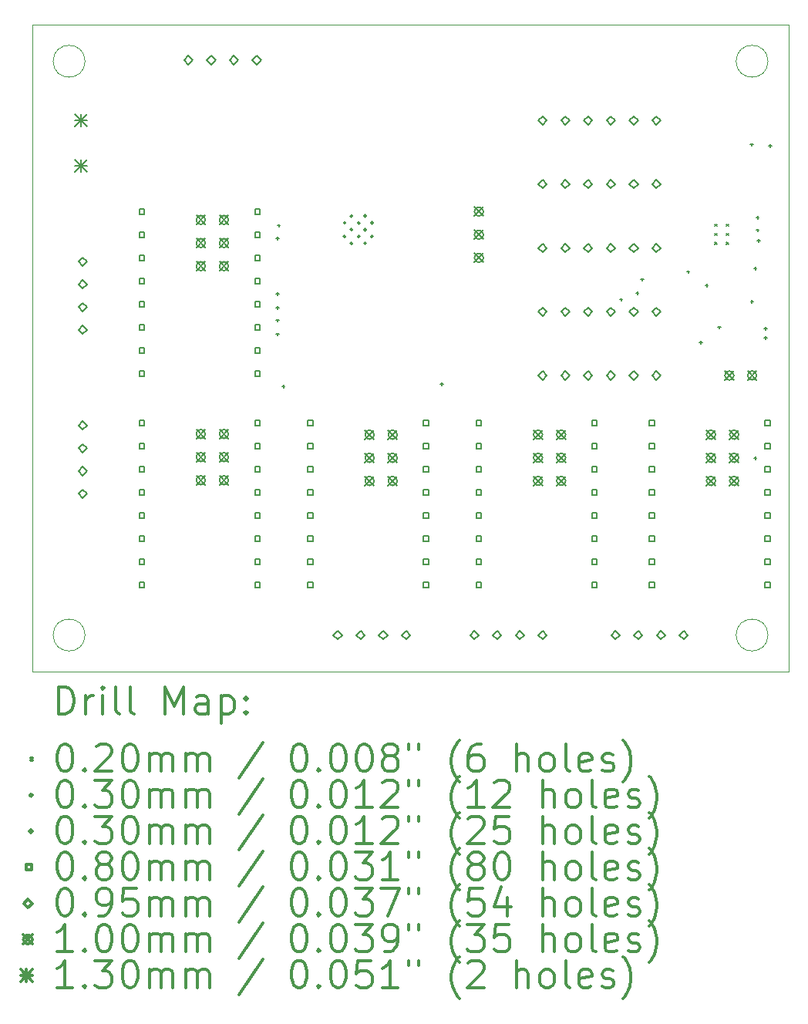
<source format=gbr>
%FSLAX45Y45*%
G04 Gerber Fmt 4.5, Leading zero omitted, Abs format (unit mm)*
G04 Created by KiCad (PCBNEW (5.1.9)-1) date 2021-08-10 13:48:07*
%MOMM*%
%LPD*%
G01*
G04 APERTURE LIST*
%TA.AperFunction,Profile*%
%ADD10C,0.050000*%
%TD*%
%ADD11C,0.200000*%
%ADD12C,0.300000*%
G04 APERTURE END LIST*
D10*
X6150000Y-12250000D02*
X6150000Y-5150000D01*
X14450000Y-12250000D02*
X6150000Y-12250000D01*
X14450000Y-5150000D02*
X14450000Y-12250000D01*
X6150000Y-5150000D02*
X14450000Y-5150000D01*
X6725000Y-11850000D02*
G75*
G03*
X6725000Y-11850000I-175000J0D01*
G01*
X14225000Y-11850000D02*
G75*
G03*
X14225000Y-11850000I-175000J0D01*
G01*
X6725000Y-5550000D02*
G75*
G03*
X6725000Y-5550000I-175000J0D01*
G01*
X14225000Y-5550000D02*
G75*
G03*
X14225000Y-5550000I-175000J0D01*
G01*
D11*
X13641000Y-7340000D02*
X13661000Y-7360000D01*
X13661000Y-7340000D02*
X13641000Y-7360000D01*
X13641000Y-7440000D02*
X13661000Y-7460000D01*
X13661000Y-7440000D02*
X13641000Y-7460000D01*
X13641000Y-7540000D02*
X13661000Y-7560000D01*
X13661000Y-7540000D02*
X13641000Y-7560000D01*
X13771000Y-7340000D02*
X13791000Y-7360000D01*
X13791000Y-7340000D02*
X13771000Y-7360000D01*
X13771000Y-7440000D02*
X13791000Y-7460000D01*
X13791000Y-7440000D02*
X13771000Y-7460000D01*
X13771000Y-7540000D02*
X13791000Y-7560000D01*
X13791000Y-7540000D02*
X13771000Y-7560000D01*
X9590000Y-7325000D02*
G75*
G03*
X9590000Y-7325000I-15000J0D01*
G01*
X9590000Y-7475000D02*
G75*
G03*
X9590000Y-7475000I-15000J0D01*
G01*
X9665000Y-7250000D02*
G75*
G03*
X9665000Y-7250000I-15000J0D01*
G01*
X9665000Y-7400000D02*
G75*
G03*
X9665000Y-7400000I-15000J0D01*
G01*
X9665000Y-7550000D02*
G75*
G03*
X9665000Y-7550000I-15000J0D01*
G01*
X9745000Y-7325000D02*
G75*
G03*
X9745000Y-7325000I-15000J0D01*
G01*
X9745000Y-7475000D02*
G75*
G03*
X9745000Y-7475000I-15000J0D01*
G01*
X9815000Y-7250000D02*
G75*
G03*
X9815000Y-7250000I-15000J0D01*
G01*
X9815000Y-7400000D02*
G75*
G03*
X9815000Y-7400000I-15000J0D01*
G01*
X9815000Y-7550000D02*
G75*
G03*
X9815000Y-7550000I-15000J0D01*
G01*
X9890000Y-7325000D02*
G75*
G03*
X9890000Y-7325000I-15000J0D01*
G01*
X9890000Y-7475000D02*
G75*
G03*
X9890000Y-7475000I-15000J0D01*
G01*
X8839200Y-7477760D02*
X8839200Y-7508240D01*
X8823960Y-7493000D02*
X8854440Y-7493000D01*
X8839200Y-8087360D02*
X8839200Y-8117840D01*
X8823960Y-8102600D02*
X8854440Y-8102600D01*
X8839200Y-8239760D02*
X8839200Y-8270240D01*
X8823960Y-8255000D02*
X8854440Y-8255000D01*
X8839200Y-8379460D02*
X8839200Y-8409940D01*
X8823960Y-8394700D02*
X8854440Y-8394700D01*
X8839200Y-8531860D02*
X8839200Y-8562340D01*
X8823960Y-8547100D02*
X8854440Y-8547100D01*
X8851900Y-7338060D02*
X8851900Y-7368540D01*
X8836660Y-7353300D02*
X8867140Y-7353300D01*
X8902700Y-9103360D02*
X8902700Y-9133840D01*
X8887460Y-9118600D02*
X8917940Y-9118600D01*
X10642600Y-9077960D02*
X10642600Y-9108440D01*
X10627360Y-9093200D02*
X10657840Y-9093200D01*
X12611800Y-8150160D02*
X12611800Y-8180640D01*
X12596560Y-8165400D02*
X12627040Y-8165400D01*
X12789500Y-8079760D02*
X12789500Y-8110240D01*
X12774260Y-8095000D02*
X12804740Y-8095000D01*
X12844900Y-7929760D02*
X12844900Y-7960240D01*
X12829660Y-7945000D02*
X12860140Y-7945000D01*
X13347700Y-7846060D02*
X13347700Y-7876540D01*
X13332460Y-7861300D02*
X13362940Y-7861300D01*
X13487400Y-8620760D02*
X13487400Y-8651240D01*
X13472160Y-8636000D02*
X13502640Y-8636000D01*
X13552051Y-7994260D02*
X13552051Y-8024740D01*
X13536811Y-8009500D02*
X13567291Y-8009500D01*
X13690600Y-8455660D02*
X13690600Y-8486140D01*
X13675360Y-8470900D02*
X13705840Y-8470900D01*
X14046200Y-6449060D02*
X14046200Y-6479540D01*
X14030960Y-6464300D02*
X14061440Y-6464300D01*
X14049199Y-8172061D02*
X14049199Y-8202541D01*
X14033959Y-8187301D02*
X14064439Y-8187301D01*
X14084300Y-7807960D02*
X14084300Y-7838440D01*
X14069060Y-7823200D02*
X14099540Y-7823200D01*
X14084300Y-9890760D02*
X14084300Y-9921240D01*
X14069060Y-9906000D02*
X14099540Y-9906000D01*
X14109700Y-7249160D02*
X14109700Y-7279640D01*
X14094460Y-7264400D02*
X14124940Y-7264400D01*
X14109700Y-7388860D02*
X14109700Y-7419340D01*
X14094460Y-7404100D02*
X14124940Y-7404100D01*
X14122400Y-7503160D02*
X14122400Y-7533640D01*
X14107160Y-7518400D02*
X14137640Y-7518400D01*
X14198600Y-8468360D02*
X14198600Y-8498840D01*
X14183360Y-8483600D02*
X14213840Y-8483600D01*
X14198600Y-8569960D02*
X14198600Y-8600440D01*
X14183360Y-8585200D02*
X14213840Y-8585200D01*
X14249400Y-6461760D02*
X14249400Y-6492240D01*
X14234160Y-6477000D02*
X14264640Y-6477000D01*
X7378284Y-7228284D02*
X7378284Y-7171715D01*
X7321715Y-7171715D01*
X7321715Y-7228284D01*
X7378284Y-7228284D01*
X7378284Y-7482284D02*
X7378284Y-7425715D01*
X7321715Y-7425715D01*
X7321715Y-7482284D01*
X7378284Y-7482284D01*
X7378284Y-7736284D02*
X7378284Y-7679715D01*
X7321715Y-7679715D01*
X7321715Y-7736284D01*
X7378284Y-7736284D01*
X7378284Y-7990284D02*
X7378284Y-7933715D01*
X7321715Y-7933715D01*
X7321715Y-7990284D01*
X7378284Y-7990284D01*
X7378284Y-8244284D02*
X7378284Y-8187715D01*
X7321715Y-8187715D01*
X7321715Y-8244284D01*
X7378284Y-8244284D01*
X7378284Y-8498285D02*
X7378284Y-8441716D01*
X7321715Y-8441716D01*
X7321715Y-8498285D01*
X7378284Y-8498285D01*
X7378284Y-8752285D02*
X7378284Y-8695716D01*
X7321715Y-8695716D01*
X7321715Y-8752285D01*
X7378284Y-8752285D01*
X7378284Y-9006285D02*
X7378284Y-8949716D01*
X7321715Y-8949716D01*
X7321715Y-9006285D01*
X7378284Y-9006285D01*
X7378284Y-9550285D02*
X7378284Y-9493716D01*
X7321715Y-9493716D01*
X7321715Y-9550285D01*
X7378284Y-9550285D01*
X7378284Y-9804285D02*
X7378284Y-9747716D01*
X7321715Y-9747716D01*
X7321715Y-9804285D01*
X7378284Y-9804285D01*
X7378284Y-10058285D02*
X7378284Y-10001716D01*
X7321715Y-10001716D01*
X7321715Y-10058285D01*
X7378284Y-10058285D01*
X7378284Y-10312285D02*
X7378284Y-10255716D01*
X7321715Y-10255716D01*
X7321715Y-10312285D01*
X7378284Y-10312285D01*
X7378284Y-10566285D02*
X7378284Y-10509716D01*
X7321715Y-10509716D01*
X7321715Y-10566285D01*
X7378284Y-10566285D01*
X7378284Y-10820285D02*
X7378284Y-10763716D01*
X7321715Y-10763716D01*
X7321715Y-10820285D01*
X7378284Y-10820285D01*
X7378284Y-11074285D02*
X7378284Y-11017716D01*
X7321715Y-11017716D01*
X7321715Y-11074285D01*
X7378284Y-11074285D01*
X7378284Y-11328284D02*
X7378284Y-11271715D01*
X7321715Y-11271715D01*
X7321715Y-11328284D01*
X7378284Y-11328284D01*
X8648285Y-7228284D02*
X8648285Y-7171715D01*
X8591716Y-7171715D01*
X8591716Y-7228284D01*
X8648285Y-7228284D01*
X8648285Y-7482284D02*
X8648285Y-7425715D01*
X8591716Y-7425715D01*
X8591716Y-7482284D01*
X8648285Y-7482284D01*
X8648285Y-7736284D02*
X8648285Y-7679715D01*
X8591716Y-7679715D01*
X8591716Y-7736284D01*
X8648285Y-7736284D01*
X8648285Y-7990284D02*
X8648285Y-7933715D01*
X8591716Y-7933715D01*
X8591716Y-7990284D01*
X8648285Y-7990284D01*
X8648285Y-8244284D02*
X8648285Y-8187715D01*
X8591716Y-8187715D01*
X8591716Y-8244284D01*
X8648285Y-8244284D01*
X8648285Y-8498285D02*
X8648285Y-8441716D01*
X8591716Y-8441716D01*
X8591716Y-8498285D01*
X8648285Y-8498285D01*
X8648285Y-8752285D02*
X8648285Y-8695716D01*
X8591716Y-8695716D01*
X8591716Y-8752285D01*
X8648285Y-8752285D01*
X8648285Y-9006285D02*
X8648285Y-8949716D01*
X8591716Y-8949716D01*
X8591716Y-9006285D01*
X8648285Y-9006285D01*
X8648285Y-9550285D02*
X8648285Y-9493716D01*
X8591716Y-9493716D01*
X8591716Y-9550285D01*
X8648285Y-9550285D01*
X8648285Y-9804285D02*
X8648285Y-9747716D01*
X8591716Y-9747716D01*
X8591716Y-9804285D01*
X8648285Y-9804285D01*
X8648285Y-10058285D02*
X8648285Y-10001716D01*
X8591716Y-10001716D01*
X8591716Y-10058285D01*
X8648285Y-10058285D01*
X8648285Y-10312285D02*
X8648285Y-10255716D01*
X8591716Y-10255716D01*
X8591716Y-10312285D01*
X8648285Y-10312285D01*
X8648285Y-10566285D02*
X8648285Y-10509716D01*
X8591716Y-10509716D01*
X8591716Y-10566285D01*
X8648285Y-10566285D01*
X8648285Y-10820285D02*
X8648285Y-10763716D01*
X8591716Y-10763716D01*
X8591716Y-10820285D01*
X8648285Y-10820285D01*
X8648285Y-11074285D02*
X8648285Y-11017716D01*
X8591716Y-11017716D01*
X8591716Y-11074285D01*
X8648285Y-11074285D01*
X8648285Y-11328284D02*
X8648285Y-11271715D01*
X8591716Y-11271715D01*
X8591716Y-11328284D01*
X8648285Y-11328284D01*
X9228285Y-9550285D02*
X9228285Y-9493716D01*
X9171716Y-9493716D01*
X9171716Y-9550285D01*
X9228285Y-9550285D01*
X9228285Y-9804285D02*
X9228285Y-9747716D01*
X9171716Y-9747716D01*
X9171716Y-9804285D01*
X9228285Y-9804285D01*
X9228285Y-10058285D02*
X9228285Y-10001716D01*
X9171716Y-10001716D01*
X9171716Y-10058285D01*
X9228285Y-10058285D01*
X9228285Y-10312285D02*
X9228285Y-10255716D01*
X9171716Y-10255716D01*
X9171716Y-10312285D01*
X9228285Y-10312285D01*
X9228285Y-10566285D02*
X9228285Y-10509716D01*
X9171716Y-10509716D01*
X9171716Y-10566285D01*
X9228285Y-10566285D01*
X9228285Y-10820285D02*
X9228285Y-10763716D01*
X9171716Y-10763716D01*
X9171716Y-10820285D01*
X9228285Y-10820285D01*
X9228285Y-11074285D02*
X9228285Y-11017716D01*
X9171716Y-11017716D01*
X9171716Y-11074285D01*
X9228285Y-11074285D01*
X9228285Y-11328284D02*
X9228285Y-11271715D01*
X9171716Y-11271715D01*
X9171716Y-11328284D01*
X9228285Y-11328284D01*
X10498285Y-9550285D02*
X10498285Y-9493716D01*
X10441716Y-9493716D01*
X10441716Y-9550285D01*
X10498285Y-9550285D01*
X10498285Y-9804285D02*
X10498285Y-9747716D01*
X10441716Y-9747716D01*
X10441716Y-9804285D01*
X10498285Y-9804285D01*
X10498285Y-10058285D02*
X10498285Y-10001716D01*
X10441716Y-10001716D01*
X10441716Y-10058285D01*
X10498285Y-10058285D01*
X10498285Y-10312285D02*
X10498285Y-10255716D01*
X10441716Y-10255716D01*
X10441716Y-10312285D01*
X10498285Y-10312285D01*
X10498285Y-10566285D02*
X10498285Y-10509716D01*
X10441716Y-10509716D01*
X10441716Y-10566285D01*
X10498285Y-10566285D01*
X10498285Y-10820285D02*
X10498285Y-10763716D01*
X10441716Y-10763716D01*
X10441716Y-10820285D01*
X10498285Y-10820285D01*
X10498285Y-11074285D02*
X10498285Y-11017716D01*
X10441716Y-11017716D01*
X10441716Y-11074285D01*
X10498285Y-11074285D01*
X10498285Y-11328284D02*
X10498285Y-11271715D01*
X10441716Y-11271715D01*
X10441716Y-11328284D01*
X10498285Y-11328284D01*
X11078285Y-9550285D02*
X11078285Y-9493716D01*
X11021716Y-9493716D01*
X11021716Y-9550285D01*
X11078285Y-9550285D01*
X11078285Y-9804285D02*
X11078285Y-9747716D01*
X11021716Y-9747716D01*
X11021716Y-9804285D01*
X11078285Y-9804285D01*
X11078285Y-10058285D02*
X11078285Y-10001716D01*
X11021716Y-10001716D01*
X11021716Y-10058285D01*
X11078285Y-10058285D01*
X11078285Y-10312285D02*
X11078285Y-10255716D01*
X11021716Y-10255716D01*
X11021716Y-10312285D01*
X11078285Y-10312285D01*
X11078285Y-10566285D02*
X11078285Y-10509716D01*
X11021716Y-10509716D01*
X11021716Y-10566285D01*
X11078285Y-10566285D01*
X11078285Y-10820285D02*
X11078285Y-10763716D01*
X11021716Y-10763716D01*
X11021716Y-10820285D01*
X11078285Y-10820285D01*
X11078285Y-11074285D02*
X11078285Y-11017716D01*
X11021716Y-11017716D01*
X11021716Y-11074285D01*
X11078285Y-11074285D01*
X11078285Y-11328284D02*
X11078285Y-11271715D01*
X11021716Y-11271715D01*
X11021716Y-11328284D01*
X11078285Y-11328284D01*
X12348284Y-9550285D02*
X12348284Y-9493716D01*
X12291715Y-9493716D01*
X12291715Y-9550285D01*
X12348284Y-9550285D01*
X12348284Y-9804285D02*
X12348284Y-9747716D01*
X12291715Y-9747716D01*
X12291715Y-9804285D01*
X12348284Y-9804285D01*
X12348284Y-10058285D02*
X12348284Y-10001716D01*
X12291715Y-10001716D01*
X12291715Y-10058285D01*
X12348284Y-10058285D01*
X12348284Y-10312285D02*
X12348284Y-10255716D01*
X12291715Y-10255716D01*
X12291715Y-10312285D01*
X12348284Y-10312285D01*
X12348284Y-10566285D02*
X12348284Y-10509716D01*
X12291715Y-10509716D01*
X12291715Y-10566285D01*
X12348284Y-10566285D01*
X12348284Y-10820285D02*
X12348284Y-10763716D01*
X12291715Y-10763716D01*
X12291715Y-10820285D01*
X12348284Y-10820285D01*
X12348284Y-11074285D02*
X12348284Y-11017716D01*
X12291715Y-11017716D01*
X12291715Y-11074285D01*
X12348284Y-11074285D01*
X12348284Y-11328284D02*
X12348284Y-11271715D01*
X12291715Y-11271715D01*
X12291715Y-11328284D01*
X12348284Y-11328284D01*
X12978284Y-9550285D02*
X12978284Y-9493716D01*
X12921715Y-9493716D01*
X12921715Y-9550285D01*
X12978284Y-9550285D01*
X12978284Y-9804285D02*
X12978284Y-9747716D01*
X12921715Y-9747716D01*
X12921715Y-9804285D01*
X12978284Y-9804285D01*
X12978284Y-10058285D02*
X12978284Y-10001716D01*
X12921715Y-10001716D01*
X12921715Y-10058285D01*
X12978284Y-10058285D01*
X12978284Y-10312285D02*
X12978284Y-10255716D01*
X12921715Y-10255716D01*
X12921715Y-10312285D01*
X12978284Y-10312285D01*
X12978284Y-10566285D02*
X12978284Y-10509716D01*
X12921715Y-10509716D01*
X12921715Y-10566285D01*
X12978284Y-10566285D01*
X12978284Y-10820285D02*
X12978284Y-10763716D01*
X12921715Y-10763716D01*
X12921715Y-10820285D01*
X12978284Y-10820285D01*
X12978284Y-11074285D02*
X12978284Y-11017716D01*
X12921715Y-11017716D01*
X12921715Y-11074285D01*
X12978284Y-11074285D01*
X12978284Y-11328284D02*
X12978284Y-11271715D01*
X12921715Y-11271715D01*
X12921715Y-11328284D01*
X12978284Y-11328284D01*
X14248284Y-9550285D02*
X14248284Y-9493716D01*
X14191715Y-9493716D01*
X14191715Y-9550285D01*
X14248284Y-9550285D01*
X14248284Y-9804285D02*
X14248284Y-9747716D01*
X14191715Y-9747716D01*
X14191715Y-9804285D01*
X14248284Y-9804285D01*
X14248284Y-10058285D02*
X14248284Y-10001716D01*
X14191715Y-10001716D01*
X14191715Y-10058285D01*
X14248284Y-10058285D01*
X14248284Y-10312285D02*
X14248284Y-10255716D01*
X14191715Y-10255716D01*
X14191715Y-10312285D01*
X14248284Y-10312285D01*
X14248284Y-10566285D02*
X14248284Y-10509716D01*
X14191715Y-10509716D01*
X14191715Y-10566285D01*
X14248284Y-10566285D01*
X14248284Y-10820285D02*
X14248284Y-10763716D01*
X14191715Y-10763716D01*
X14191715Y-10820285D01*
X14248284Y-10820285D01*
X14248284Y-11074285D02*
X14248284Y-11017716D01*
X14191715Y-11017716D01*
X14191715Y-11074285D01*
X14248284Y-11074285D01*
X14248284Y-11328284D02*
X14248284Y-11271715D01*
X14191715Y-11271715D01*
X14191715Y-11328284D01*
X14248284Y-11328284D01*
X6700000Y-7797500D02*
X6747500Y-7750000D01*
X6700000Y-7702500D01*
X6652500Y-7750000D01*
X6700000Y-7797500D01*
X6700000Y-8047500D02*
X6747500Y-8000000D01*
X6700000Y-7952500D01*
X6652500Y-8000000D01*
X6700000Y-8047500D01*
X6700000Y-8297500D02*
X6747500Y-8250000D01*
X6700000Y-8202500D01*
X6652500Y-8250000D01*
X6700000Y-8297500D01*
X6700000Y-8547500D02*
X6747500Y-8500000D01*
X6700000Y-8452500D01*
X6652500Y-8500000D01*
X6700000Y-8547500D01*
X6700000Y-9597500D02*
X6747500Y-9550000D01*
X6700000Y-9502500D01*
X6652500Y-9550000D01*
X6700000Y-9597500D01*
X6700000Y-9847500D02*
X6747500Y-9800000D01*
X6700000Y-9752500D01*
X6652500Y-9800000D01*
X6700000Y-9847500D01*
X6700000Y-10097500D02*
X6747500Y-10050000D01*
X6700000Y-10002500D01*
X6652500Y-10050000D01*
X6700000Y-10097500D01*
X6700000Y-10347500D02*
X6747500Y-10300000D01*
X6700000Y-10252500D01*
X6652500Y-10300000D01*
X6700000Y-10347500D01*
X7860600Y-5584700D02*
X7908100Y-5537200D01*
X7860600Y-5489700D01*
X7813100Y-5537200D01*
X7860600Y-5584700D01*
X8110600Y-5584700D02*
X8158100Y-5537200D01*
X8110600Y-5489700D01*
X8063100Y-5537200D01*
X8110600Y-5584700D01*
X8360600Y-5584700D02*
X8408100Y-5537200D01*
X8360600Y-5489700D01*
X8313100Y-5537200D01*
X8360600Y-5584700D01*
X8610600Y-5584700D02*
X8658100Y-5537200D01*
X8610600Y-5489700D01*
X8563100Y-5537200D01*
X8610600Y-5584700D01*
X9500000Y-11897500D02*
X9547500Y-11850000D01*
X9500000Y-11802500D01*
X9452500Y-11850000D01*
X9500000Y-11897500D01*
X9750000Y-11897500D02*
X9797500Y-11850000D01*
X9750000Y-11802500D01*
X9702500Y-11850000D01*
X9750000Y-11897500D01*
X10000000Y-11897500D02*
X10047500Y-11850000D01*
X10000000Y-11802500D01*
X9952500Y-11850000D01*
X10000000Y-11897500D01*
X10250000Y-11897500D02*
X10297500Y-11850000D01*
X10250000Y-11802500D01*
X10202500Y-11850000D01*
X10250000Y-11897500D01*
X11000000Y-11897500D02*
X11047500Y-11850000D01*
X11000000Y-11802500D01*
X10952500Y-11850000D01*
X11000000Y-11897500D01*
X11250000Y-11897500D02*
X11297500Y-11850000D01*
X11250000Y-11802500D01*
X11202500Y-11850000D01*
X11250000Y-11897500D01*
X11500000Y-11897500D02*
X11547500Y-11850000D01*
X11500000Y-11802500D01*
X11452500Y-11850000D01*
X11500000Y-11897500D01*
X11750000Y-6247500D02*
X11797500Y-6200000D01*
X11750000Y-6152500D01*
X11702500Y-6200000D01*
X11750000Y-6247500D01*
X11750000Y-6947500D02*
X11797500Y-6900000D01*
X11750000Y-6852500D01*
X11702500Y-6900000D01*
X11750000Y-6947500D01*
X11750000Y-7647500D02*
X11797500Y-7600000D01*
X11750000Y-7552500D01*
X11702500Y-7600000D01*
X11750000Y-7647500D01*
X11750000Y-8347500D02*
X11797500Y-8300000D01*
X11750000Y-8252500D01*
X11702500Y-8300000D01*
X11750000Y-8347500D01*
X11750000Y-9047500D02*
X11797500Y-9000000D01*
X11750000Y-8952500D01*
X11702500Y-9000000D01*
X11750000Y-9047500D01*
X11750000Y-11897500D02*
X11797500Y-11850000D01*
X11750000Y-11802500D01*
X11702500Y-11850000D01*
X11750000Y-11897500D01*
X12000000Y-6247500D02*
X12047500Y-6200000D01*
X12000000Y-6152500D01*
X11952500Y-6200000D01*
X12000000Y-6247500D01*
X12000000Y-6947500D02*
X12047500Y-6900000D01*
X12000000Y-6852500D01*
X11952500Y-6900000D01*
X12000000Y-6947500D01*
X12000000Y-7647500D02*
X12047500Y-7600000D01*
X12000000Y-7552500D01*
X11952500Y-7600000D01*
X12000000Y-7647500D01*
X12000000Y-8347500D02*
X12047500Y-8300000D01*
X12000000Y-8252500D01*
X11952500Y-8300000D01*
X12000000Y-8347500D01*
X12000000Y-9047500D02*
X12047500Y-9000000D01*
X12000000Y-8952500D01*
X11952500Y-9000000D01*
X12000000Y-9047500D01*
X12250000Y-6247500D02*
X12297500Y-6200000D01*
X12250000Y-6152500D01*
X12202500Y-6200000D01*
X12250000Y-6247500D01*
X12250000Y-6947500D02*
X12297500Y-6900000D01*
X12250000Y-6852500D01*
X12202500Y-6900000D01*
X12250000Y-6947500D01*
X12250000Y-7647500D02*
X12297500Y-7600000D01*
X12250000Y-7552500D01*
X12202500Y-7600000D01*
X12250000Y-7647500D01*
X12250000Y-8347500D02*
X12297500Y-8300000D01*
X12250000Y-8252500D01*
X12202500Y-8300000D01*
X12250000Y-8347500D01*
X12250000Y-9047500D02*
X12297500Y-9000000D01*
X12250000Y-8952500D01*
X12202500Y-9000000D01*
X12250000Y-9047500D01*
X12500000Y-6247500D02*
X12547500Y-6200000D01*
X12500000Y-6152500D01*
X12452500Y-6200000D01*
X12500000Y-6247500D01*
X12500000Y-6947500D02*
X12547500Y-6900000D01*
X12500000Y-6852500D01*
X12452500Y-6900000D01*
X12500000Y-6947500D01*
X12500000Y-7647500D02*
X12547500Y-7600000D01*
X12500000Y-7552500D01*
X12452500Y-7600000D01*
X12500000Y-7647500D01*
X12500000Y-8347500D02*
X12547500Y-8300000D01*
X12500000Y-8252500D01*
X12452500Y-8300000D01*
X12500000Y-8347500D01*
X12500000Y-9047500D02*
X12547500Y-9000000D01*
X12500000Y-8952500D01*
X12452500Y-9000000D01*
X12500000Y-9047500D01*
X12550000Y-11897500D02*
X12597500Y-11850000D01*
X12550000Y-11802500D01*
X12502500Y-11850000D01*
X12550000Y-11897500D01*
X12750000Y-6247500D02*
X12797500Y-6200000D01*
X12750000Y-6152500D01*
X12702500Y-6200000D01*
X12750000Y-6247500D01*
X12750000Y-6947500D02*
X12797500Y-6900000D01*
X12750000Y-6852500D01*
X12702500Y-6900000D01*
X12750000Y-6947500D01*
X12750000Y-7647500D02*
X12797500Y-7600000D01*
X12750000Y-7552500D01*
X12702500Y-7600000D01*
X12750000Y-7647500D01*
X12750000Y-8347500D02*
X12797500Y-8300000D01*
X12750000Y-8252500D01*
X12702500Y-8300000D01*
X12750000Y-8347500D01*
X12750000Y-9047500D02*
X12797500Y-9000000D01*
X12750000Y-8952500D01*
X12702500Y-9000000D01*
X12750000Y-9047500D01*
X12800000Y-11897500D02*
X12847500Y-11850000D01*
X12800000Y-11802500D01*
X12752500Y-11850000D01*
X12800000Y-11897500D01*
X13000000Y-6247500D02*
X13047500Y-6200000D01*
X13000000Y-6152500D01*
X12952500Y-6200000D01*
X13000000Y-6247500D01*
X13000000Y-6947500D02*
X13047500Y-6900000D01*
X13000000Y-6852500D01*
X12952500Y-6900000D01*
X13000000Y-6947500D01*
X13000000Y-7647500D02*
X13047500Y-7600000D01*
X13000000Y-7552500D01*
X12952500Y-7600000D01*
X13000000Y-7647500D01*
X13000000Y-8347500D02*
X13047500Y-8300000D01*
X13000000Y-8252500D01*
X12952500Y-8300000D01*
X13000000Y-8347500D01*
X13000000Y-9047500D02*
X13047500Y-9000000D01*
X13000000Y-8952500D01*
X12952500Y-9000000D01*
X13000000Y-9047500D01*
X13050000Y-11897500D02*
X13097500Y-11850000D01*
X13050000Y-11802500D01*
X13002500Y-11850000D01*
X13050000Y-11897500D01*
X13300000Y-11897500D02*
X13347500Y-11850000D01*
X13300000Y-11802500D01*
X13252500Y-11850000D01*
X13300000Y-11897500D01*
X7946000Y-7242000D02*
X8046000Y-7342000D01*
X8046000Y-7242000D02*
X7946000Y-7342000D01*
X8046000Y-7292000D02*
G75*
G03*
X8046000Y-7292000I-50000J0D01*
G01*
X7946000Y-7496000D02*
X8046000Y-7596000D01*
X8046000Y-7496000D02*
X7946000Y-7596000D01*
X8046000Y-7546000D02*
G75*
G03*
X8046000Y-7546000I-50000J0D01*
G01*
X7946000Y-7750000D02*
X8046000Y-7850000D01*
X8046000Y-7750000D02*
X7946000Y-7850000D01*
X8046000Y-7800000D02*
G75*
G03*
X8046000Y-7800000I-50000J0D01*
G01*
X7946000Y-9592000D02*
X8046000Y-9692000D01*
X8046000Y-9592000D02*
X7946000Y-9692000D01*
X8046000Y-9642000D02*
G75*
G03*
X8046000Y-9642000I-50000J0D01*
G01*
X7946000Y-9846000D02*
X8046000Y-9946000D01*
X8046000Y-9846000D02*
X7946000Y-9946000D01*
X8046000Y-9896000D02*
G75*
G03*
X8046000Y-9896000I-50000J0D01*
G01*
X7946000Y-10100000D02*
X8046000Y-10200000D01*
X8046000Y-10100000D02*
X7946000Y-10200000D01*
X8046000Y-10150000D02*
G75*
G03*
X8046000Y-10150000I-50000J0D01*
G01*
X8200000Y-7242000D02*
X8300000Y-7342000D01*
X8300000Y-7242000D02*
X8200000Y-7342000D01*
X8300000Y-7292000D02*
G75*
G03*
X8300000Y-7292000I-50000J0D01*
G01*
X8200000Y-7496000D02*
X8300000Y-7596000D01*
X8300000Y-7496000D02*
X8200000Y-7596000D01*
X8300000Y-7546000D02*
G75*
G03*
X8300000Y-7546000I-50000J0D01*
G01*
X8200000Y-7750000D02*
X8300000Y-7850000D01*
X8300000Y-7750000D02*
X8200000Y-7850000D01*
X8300000Y-7800000D02*
G75*
G03*
X8300000Y-7800000I-50000J0D01*
G01*
X8200000Y-9592000D02*
X8300000Y-9692000D01*
X8300000Y-9592000D02*
X8200000Y-9692000D01*
X8300000Y-9642000D02*
G75*
G03*
X8300000Y-9642000I-50000J0D01*
G01*
X8200000Y-9846000D02*
X8300000Y-9946000D01*
X8300000Y-9846000D02*
X8200000Y-9946000D01*
X8300000Y-9896000D02*
G75*
G03*
X8300000Y-9896000I-50000J0D01*
G01*
X8200000Y-10100000D02*
X8300000Y-10200000D01*
X8300000Y-10100000D02*
X8200000Y-10200000D01*
X8300000Y-10150000D02*
G75*
G03*
X8300000Y-10150000I-50000J0D01*
G01*
X9800000Y-9600000D02*
X9900000Y-9700000D01*
X9900000Y-9600000D02*
X9800000Y-9700000D01*
X9900000Y-9650000D02*
G75*
G03*
X9900000Y-9650000I-50000J0D01*
G01*
X9800000Y-9854000D02*
X9900000Y-9954000D01*
X9900000Y-9854000D02*
X9800000Y-9954000D01*
X9900000Y-9904000D02*
G75*
G03*
X9900000Y-9904000I-50000J0D01*
G01*
X9800000Y-10108000D02*
X9900000Y-10208000D01*
X9900000Y-10108000D02*
X9800000Y-10208000D01*
X9900000Y-10158000D02*
G75*
G03*
X9900000Y-10158000I-50000J0D01*
G01*
X10054000Y-9600000D02*
X10154000Y-9700000D01*
X10154000Y-9600000D02*
X10054000Y-9700000D01*
X10154000Y-9650000D02*
G75*
G03*
X10154000Y-9650000I-50000J0D01*
G01*
X10054000Y-9854000D02*
X10154000Y-9954000D01*
X10154000Y-9854000D02*
X10054000Y-9954000D01*
X10154000Y-9904000D02*
G75*
G03*
X10154000Y-9904000I-50000J0D01*
G01*
X10054000Y-10108000D02*
X10154000Y-10208000D01*
X10154000Y-10108000D02*
X10054000Y-10208000D01*
X10154000Y-10158000D02*
G75*
G03*
X10154000Y-10158000I-50000J0D01*
G01*
X11000000Y-7150000D02*
X11100000Y-7250000D01*
X11100000Y-7150000D02*
X11000000Y-7250000D01*
X11100000Y-7200000D02*
G75*
G03*
X11100000Y-7200000I-50000J0D01*
G01*
X11000000Y-7404000D02*
X11100000Y-7504000D01*
X11100000Y-7404000D02*
X11000000Y-7504000D01*
X11100000Y-7454000D02*
G75*
G03*
X11100000Y-7454000I-50000J0D01*
G01*
X11000000Y-7658000D02*
X11100000Y-7758000D01*
X11100000Y-7658000D02*
X11000000Y-7758000D01*
X11100000Y-7708000D02*
G75*
G03*
X11100000Y-7708000I-50000J0D01*
G01*
X11650000Y-9600000D02*
X11750000Y-9700000D01*
X11750000Y-9600000D02*
X11650000Y-9700000D01*
X11750000Y-9650000D02*
G75*
G03*
X11750000Y-9650000I-50000J0D01*
G01*
X11650000Y-9854000D02*
X11750000Y-9954000D01*
X11750000Y-9854000D02*
X11650000Y-9954000D01*
X11750000Y-9904000D02*
G75*
G03*
X11750000Y-9904000I-50000J0D01*
G01*
X11650000Y-10108000D02*
X11750000Y-10208000D01*
X11750000Y-10108000D02*
X11650000Y-10208000D01*
X11750000Y-10158000D02*
G75*
G03*
X11750000Y-10158000I-50000J0D01*
G01*
X11904000Y-9600000D02*
X12004000Y-9700000D01*
X12004000Y-9600000D02*
X11904000Y-9700000D01*
X12004000Y-9650000D02*
G75*
G03*
X12004000Y-9650000I-50000J0D01*
G01*
X11904000Y-9854000D02*
X12004000Y-9954000D01*
X12004000Y-9854000D02*
X11904000Y-9954000D01*
X12004000Y-9904000D02*
G75*
G03*
X12004000Y-9904000I-50000J0D01*
G01*
X11904000Y-10108000D02*
X12004000Y-10208000D01*
X12004000Y-10108000D02*
X11904000Y-10208000D01*
X12004000Y-10158000D02*
G75*
G03*
X12004000Y-10158000I-50000J0D01*
G01*
X13550000Y-9600000D02*
X13650000Y-9700000D01*
X13650000Y-9600000D02*
X13550000Y-9700000D01*
X13650000Y-9650000D02*
G75*
G03*
X13650000Y-9650000I-50000J0D01*
G01*
X13550000Y-9854000D02*
X13650000Y-9954000D01*
X13650000Y-9854000D02*
X13550000Y-9954000D01*
X13650000Y-9904000D02*
G75*
G03*
X13650000Y-9904000I-50000J0D01*
G01*
X13550000Y-10108000D02*
X13650000Y-10208000D01*
X13650000Y-10108000D02*
X13550000Y-10208000D01*
X13650000Y-10158000D02*
G75*
G03*
X13650000Y-10158000I-50000J0D01*
G01*
X13750000Y-8950000D02*
X13850000Y-9050000D01*
X13850000Y-8950000D02*
X13750000Y-9050000D01*
X13850000Y-9000000D02*
G75*
G03*
X13850000Y-9000000I-50000J0D01*
G01*
X13804000Y-9600000D02*
X13904000Y-9700000D01*
X13904000Y-9600000D02*
X13804000Y-9700000D01*
X13904000Y-9650000D02*
G75*
G03*
X13904000Y-9650000I-50000J0D01*
G01*
X13804000Y-9854000D02*
X13904000Y-9954000D01*
X13904000Y-9854000D02*
X13804000Y-9954000D01*
X13904000Y-9904000D02*
G75*
G03*
X13904000Y-9904000I-50000J0D01*
G01*
X13804000Y-10108000D02*
X13904000Y-10208000D01*
X13904000Y-10108000D02*
X13804000Y-10208000D01*
X13904000Y-10158000D02*
G75*
G03*
X13904000Y-10158000I-50000J0D01*
G01*
X14000000Y-8950000D02*
X14100000Y-9050000D01*
X14100000Y-8950000D02*
X14000000Y-9050000D01*
X14100000Y-9000000D02*
G75*
G03*
X14100000Y-9000000I-50000J0D01*
G01*
X6615200Y-6132600D02*
X6745200Y-6262600D01*
X6745200Y-6132600D02*
X6615200Y-6262600D01*
X6680200Y-6132600D02*
X6680200Y-6262600D01*
X6615200Y-6197600D02*
X6745200Y-6197600D01*
X6615200Y-6632600D02*
X6745200Y-6762600D01*
X6745200Y-6632600D02*
X6615200Y-6762600D01*
X6680200Y-6632600D02*
X6680200Y-6762600D01*
X6615200Y-6697600D02*
X6745200Y-6697600D01*
D12*
X6433928Y-12718214D02*
X6433928Y-12418214D01*
X6505357Y-12418214D01*
X6548214Y-12432500D01*
X6576786Y-12461071D01*
X6591071Y-12489643D01*
X6605357Y-12546786D01*
X6605357Y-12589643D01*
X6591071Y-12646786D01*
X6576786Y-12675357D01*
X6548214Y-12703929D01*
X6505357Y-12718214D01*
X6433928Y-12718214D01*
X6733928Y-12718214D02*
X6733928Y-12518214D01*
X6733928Y-12575357D02*
X6748214Y-12546786D01*
X6762500Y-12532500D01*
X6791071Y-12518214D01*
X6819643Y-12518214D01*
X6919643Y-12718214D02*
X6919643Y-12518214D01*
X6919643Y-12418214D02*
X6905357Y-12432500D01*
X6919643Y-12446786D01*
X6933928Y-12432500D01*
X6919643Y-12418214D01*
X6919643Y-12446786D01*
X7105357Y-12718214D02*
X7076786Y-12703929D01*
X7062500Y-12675357D01*
X7062500Y-12418214D01*
X7262500Y-12718214D02*
X7233928Y-12703929D01*
X7219643Y-12675357D01*
X7219643Y-12418214D01*
X7605357Y-12718214D02*
X7605357Y-12418214D01*
X7705357Y-12632500D01*
X7805357Y-12418214D01*
X7805357Y-12718214D01*
X8076786Y-12718214D02*
X8076786Y-12561071D01*
X8062500Y-12532500D01*
X8033928Y-12518214D01*
X7976786Y-12518214D01*
X7948214Y-12532500D01*
X8076786Y-12703929D02*
X8048214Y-12718214D01*
X7976786Y-12718214D01*
X7948214Y-12703929D01*
X7933928Y-12675357D01*
X7933928Y-12646786D01*
X7948214Y-12618214D01*
X7976786Y-12603929D01*
X8048214Y-12603929D01*
X8076786Y-12589643D01*
X8219643Y-12518214D02*
X8219643Y-12818214D01*
X8219643Y-12532500D02*
X8248214Y-12518214D01*
X8305357Y-12518214D01*
X8333928Y-12532500D01*
X8348214Y-12546786D01*
X8362500Y-12575357D01*
X8362500Y-12661071D01*
X8348214Y-12689643D01*
X8333928Y-12703929D01*
X8305357Y-12718214D01*
X8248214Y-12718214D01*
X8219643Y-12703929D01*
X8491071Y-12689643D02*
X8505357Y-12703929D01*
X8491071Y-12718214D01*
X8476786Y-12703929D01*
X8491071Y-12689643D01*
X8491071Y-12718214D01*
X8491071Y-12532500D02*
X8505357Y-12546786D01*
X8491071Y-12561071D01*
X8476786Y-12546786D01*
X8491071Y-12532500D01*
X8491071Y-12561071D01*
X6127500Y-13202500D02*
X6147500Y-13222500D01*
X6147500Y-13202500D02*
X6127500Y-13222500D01*
X6491071Y-13048214D02*
X6519643Y-13048214D01*
X6548214Y-13062500D01*
X6562500Y-13076786D01*
X6576786Y-13105357D01*
X6591071Y-13162500D01*
X6591071Y-13233929D01*
X6576786Y-13291071D01*
X6562500Y-13319643D01*
X6548214Y-13333929D01*
X6519643Y-13348214D01*
X6491071Y-13348214D01*
X6462500Y-13333929D01*
X6448214Y-13319643D01*
X6433928Y-13291071D01*
X6419643Y-13233929D01*
X6419643Y-13162500D01*
X6433928Y-13105357D01*
X6448214Y-13076786D01*
X6462500Y-13062500D01*
X6491071Y-13048214D01*
X6719643Y-13319643D02*
X6733928Y-13333929D01*
X6719643Y-13348214D01*
X6705357Y-13333929D01*
X6719643Y-13319643D01*
X6719643Y-13348214D01*
X6848214Y-13076786D02*
X6862500Y-13062500D01*
X6891071Y-13048214D01*
X6962500Y-13048214D01*
X6991071Y-13062500D01*
X7005357Y-13076786D01*
X7019643Y-13105357D01*
X7019643Y-13133929D01*
X7005357Y-13176786D01*
X6833928Y-13348214D01*
X7019643Y-13348214D01*
X7205357Y-13048214D02*
X7233928Y-13048214D01*
X7262500Y-13062500D01*
X7276786Y-13076786D01*
X7291071Y-13105357D01*
X7305357Y-13162500D01*
X7305357Y-13233929D01*
X7291071Y-13291071D01*
X7276786Y-13319643D01*
X7262500Y-13333929D01*
X7233928Y-13348214D01*
X7205357Y-13348214D01*
X7176786Y-13333929D01*
X7162500Y-13319643D01*
X7148214Y-13291071D01*
X7133928Y-13233929D01*
X7133928Y-13162500D01*
X7148214Y-13105357D01*
X7162500Y-13076786D01*
X7176786Y-13062500D01*
X7205357Y-13048214D01*
X7433928Y-13348214D02*
X7433928Y-13148214D01*
X7433928Y-13176786D02*
X7448214Y-13162500D01*
X7476786Y-13148214D01*
X7519643Y-13148214D01*
X7548214Y-13162500D01*
X7562500Y-13191071D01*
X7562500Y-13348214D01*
X7562500Y-13191071D02*
X7576786Y-13162500D01*
X7605357Y-13148214D01*
X7648214Y-13148214D01*
X7676786Y-13162500D01*
X7691071Y-13191071D01*
X7691071Y-13348214D01*
X7833928Y-13348214D02*
X7833928Y-13148214D01*
X7833928Y-13176786D02*
X7848214Y-13162500D01*
X7876786Y-13148214D01*
X7919643Y-13148214D01*
X7948214Y-13162500D01*
X7962500Y-13191071D01*
X7962500Y-13348214D01*
X7962500Y-13191071D02*
X7976786Y-13162500D01*
X8005357Y-13148214D01*
X8048214Y-13148214D01*
X8076786Y-13162500D01*
X8091071Y-13191071D01*
X8091071Y-13348214D01*
X8676786Y-13033929D02*
X8419643Y-13419643D01*
X9062500Y-13048214D02*
X9091071Y-13048214D01*
X9119643Y-13062500D01*
X9133928Y-13076786D01*
X9148214Y-13105357D01*
X9162500Y-13162500D01*
X9162500Y-13233929D01*
X9148214Y-13291071D01*
X9133928Y-13319643D01*
X9119643Y-13333929D01*
X9091071Y-13348214D01*
X9062500Y-13348214D01*
X9033928Y-13333929D01*
X9019643Y-13319643D01*
X9005357Y-13291071D01*
X8991071Y-13233929D01*
X8991071Y-13162500D01*
X9005357Y-13105357D01*
X9019643Y-13076786D01*
X9033928Y-13062500D01*
X9062500Y-13048214D01*
X9291071Y-13319643D02*
X9305357Y-13333929D01*
X9291071Y-13348214D01*
X9276786Y-13333929D01*
X9291071Y-13319643D01*
X9291071Y-13348214D01*
X9491071Y-13048214D02*
X9519643Y-13048214D01*
X9548214Y-13062500D01*
X9562500Y-13076786D01*
X9576786Y-13105357D01*
X9591071Y-13162500D01*
X9591071Y-13233929D01*
X9576786Y-13291071D01*
X9562500Y-13319643D01*
X9548214Y-13333929D01*
X9519643Y-13348214D01*
X9491071Y-13348214D01*
X9462500Y-13333929D01*
X9448214Y-13319643D01*
X9433928Y-13291071D01*
X9419643Y-13233929D01*
X9419643Y-13162500D01*
X9433928Y-13105357D01*
X9448214Y-13076786D01*
X9462500Y-13062500D01*
X9491071Y-13048214D01*
X9776786Y-13048214D02*
X9805357Y-13048214D01*
X9833928Y-13062500D01*
X9848214Y-13076786D01*
X9862500Y-13105357D01*
X9876786Y-13162500D01*
X9876786Y-13233929D01*
X9862500Y-13291071D01*
X9848214Y-13319643D01*
X9833928Y-13333929D01*
X9805357Y-13348214D01*
X9776786Y-13348214D01*
X9748214Y-13333929D01*
X9733928Y-13319643D01*
X9719643Y-13291071D01*
X9705357Y-13233929D01*
X9705357Y-13162500D01*
X9719643Y-13105357D01*
X9733928Y-13076786D01*
X9748214Y-13062500D01*
X9776786Y-13048214D01*
X10048214Y-13176786D02*
X10019643Y-13162500D01*
X10005357Y-13148214D01*
X9991071Y-13119643D01*
X9991071Y-13105357D01*
X10005357Y-13076786D01*
X10019643Y-13062500D01*
X10048214Y-13048214D01*
X10105357Y-13048214D01*
X10133928Y-13062500D01*
X10148214Y-13076786D01*
X10162500Y-13105357D01*
X10162500Y-13119643D01*
X10148214Y-13148214D01*
X10133928Y-13162500D01*
X10105357Y-13176786D01*
X10048214Y-13176786D01*
X10019643Y-13191071D01*
X10005357Y-13205357D01*
X9991071Y-13233929D01*
X9991071Y-13291071D01*
X10005357Y-13319643D01*
X10019643Y-13333929D01*
X10048214Y-13348214D01*
X10105357Y-13348214D01*
X10133928Y-13333929D01*
X10148214Y-13319643D01*
X10162500Y-13291071D01*
X10162500Y-13233929D01*
X10148214Y-13205357D01*
X10133928Y-13191071D01*
X10105357Y-13176786D01*
X10276786Y-13048214D02*
X10276786Y-13105357D01*
X10391071Y-13048214D02*
X10391071Y-13105357D01*
X10833928Y-13462500D02*
X10819643Y-13448214D01*
X10791071Y-13405357D01*
X10776786Y-13376786D01*
X10762500Y-13333929D01*
X10748214Y-13262500D01*
X10748214Y-13205357D01*
X10762500Y-13133929D01*
X10776786Y-13091071D01*
X10791071Y-13062500D01*
X10819643Y-13019643D01*
X10833928Y-13005357D01*
X11076786Y-13048214D02*
X11019643Y-13048214D01*
X10991071Y-13062500D01*
X10976786Y-13076786D01*
X10948214Y-13119643D01*
X10933928Y-13176786D01*
X10933928Y-13291071D01*
X10948214Y-13319643D01*
X10962500Y-13333929D01*
X10991071Y-13348214D01*
X11048214Y-13348214D01*
X11076786Y-13333929D01*
X11091071Y-13319643D01*
X11105357Y-13291071D01*
X11105357Y-13219643D01*
X11091071Y-13191071D01*
X11076786Y-13176786D01*
X11048214Y-13162500D01*
X10991071Y-13162500D01*
X10962500Y-13176786D01*
X10948214Y-13191071D01*
X10933928Y-13219643D01*
X11462500Y-13348214D02*
X11462500Y-13048214D01*
X11591071Y-13348214D02*
X11591071Y-13191071D01*
X11576786Y-13162500D01*
X11548214Y-13148214D01*
X11505357Y-13148214D01*
X11476786Y-13162500D01*
X11462500Y-13176786D01*
X11776786Y-13348214D02*
X11748214Y-13333929D01*
X11733928Y-13319643D01*
X11719643Y-13291071D01*
X11719643Y-13205357D01*
X11733928Y-13176786D01*
X11748214Y-13162500D01*
X11776786Y-13148214D01*
X11819643Y-13148214D01*
X11848214Y-13162500D01*
X11862500Y-13176786D01*
X11876786Y-13205357D01*
X11876786Y-13291071D01*
X11862500Y-13319643D01*
X11848214Y-13333929D01*
X11819643Y-13348214D01*
X11776786Y-13348214D01*
X12048214Y-13348214D02*
X12019643Y-13333929D01*
X12005357Y-13305357D01*
X12005357Y-13048214D01*
X12276786Y-13333929D02*
X12248214Y-13348214D01*
X12191071Y-13348214D01*
X12162500Y-13333929D01*
X12148214Y-13305357D01*
X12148214Y-13191071D01*
X12162500Y-13162500D01*
X12191071Y-13148214D01*
X12248214Y-13148214D01*
X12276786Y-13162500D01*
X12291071Y-13191071D01*
X12291071Y-13219643D01*
X12148214Y-13248214D01*
X12405357Y-13333929D02*
X12433928Y-13348214D01*
X12491071Y-13348214D01*
X12519643Y-13333929D01*
X12533928Y-13305357D01*
X12533928Y-13291071D01*
X12519643Y-13262500D01*
X12491071Y-13248214D01*
X12448214Y-13248214D01*
X12419643Y-13233929D01*
X12405357Y-13205357D01*
X12405357Y-13191071D01*
X12419643Y-13162500D01*
X12448214Y-13148214D01*
X12491071Y-13148214D01*
X12519643Y-13162500D01*
X12633928Y-13462500D02*
X12648214Y-13448214D01*
X12676786Y-13405357D01*
X12691071Y-13376786D01*
X12705357Y-13333929D01*
X12719643Y-13262500D01*
X12719643Y-13205357D01*
X12705357Y-13133929D01*
X12691071Y-13091071D01*
X12676786Y-13062500D01*
X12648214Y-13019643D01*
X12633928Y-13005357D01*
X6147500Y-13608500D02*
G75*
G03*
X6147500Y-13608500I-15000J0D01*
G01*
X6491071Y-13444214D02*
X6519643Y-13444214D01*
X6548214Y-13458500D01*
X6562500Y-13472786D01*
X6576786Y-13501357D01*
X6591071Y-13558500D01*
X6591071Y-13629929D01*
X6576786Y-13687071D01*
X6562500Y-13715643D01*
X6548214Y-13729929D01*
X6519643Y-13744214D01*
X6491071Y-13744214D01*
X6462500Y-13729929D01*
X6448214Y-13715643D01*
X6433928Y-13687071D01*
X6419643Y-13629929D01*
X6419643Y-13558500D01*
X6433928Y-13501357D01*
X6448214Y-13472786D01*
X6462500Y-13458500D01*
X6491071Y-13444214D01*
X6719643Y-13715643D02*
X6733928Y-13729929D01*
X6719643Y-13744214D01*
X6705357Y-13729929D01*
X6719643Y-13715643D01*
X6719643Y-13744214D01*
X6833928Y-13444214D02*
X7019643Y-13444214D01*
X6919643Y-13558500D01*
X6962500Y-13558500D01*
X6991071Y-13572786D01*
X7005357Y-13587071D01*
X7019643Y-13615643D01*
X7019643Y-13687071D01*
X7005357Y-13715643D01*
X6991071Y-13729929D01*
X6962500Y-13744214D01*
X6876786Y-13744214D01*
X6848214Y-13729929D01*
X6833928Y-13715643D01*
X7205357Y-13444214D02*
X7233928Y-13444214D01*
X7262500Y-13458500D01*
X7276786Y-13472786D01*
X7291071Y-13501357D01*
X7305357Y-13558500D01*
X7305357Y-13629929D01*
X7291071Y-13687071D01*
X7276786Y-13715643D01*
X7262500Y-13729929D01*
X7233928Y-13744214D01*
X7205357Y-13744214D01*
X7176786Y-13729929D01*
X7162500Y-13715643D01*
X7148214Y-13687071D01*
X7133928Y-13629929D01*
X7133928Y-13558500D01*
X7148214Y-13501357D01*
X7162500Y-13472786D01*
X7176786Y-13458500D01*
X7205357Y-13444214D01*
X7433928Y-13744214D02*
X7433928Y-13544214D01*
X7433928Y-13572786D02*
X7448214Y-13558500D01*
X7476786Y-13544214D01*
X7519643Y-13544214D01*
X7548214Y-13558500D01*
X7562500Y-13587071D01*
X7562500Y-13744214D01*
X7562500Y-13587071D02*
X7576786Y-13558500D01*
X7605357Y-13544214D01*
X7648214Y-13544214D01*
X7676786Y-13558500D01*
X7691071Y-13587071D01*
X7691071Y-13744214D01*
X7833928Y-13744214D02*
X7833928Y-13544214D01*
X7833928Y-13572786D02*
X7848214Y-13558500D01*
X7876786Y-13544214D01*
X7919643Y-13544214D01*
X7948214Y-13558500D01*
X7962500Y-13587071D01*
X7962500Y-13744214D01*
X7962500Y-13587071D02*
X7976786Y-13558500D01*
X8005357Y-13544214D01*
X8048214Y-13544214D01*
X8076786Y-13558500D01*
X8091071Y-13587071D01*
X8091071Y-13744214D01*
X8676786Y-13429929D02*
X8419643Y-13815643D01*
X9062500Y-13444214D02*
X9091071Y-13444214D01*
X9119643Y-13458500D01*
X9133928Y-13472786D01*
X9148214Y-13501357D01*
X9162500Y-13558500D01*
X9162500Y-13629929D01*
X9148214Y-13687071D01*
X9133928Y-13715643D01*
X9119643Y-13729929D01*
X9091071Y-13744214D01*
X9062500Y-13744214D01*
X9033928Y-13729929D01*
X9019643Y-13715643D01*
X9005357Y-13687071D01*
X8991071Y-13629929D01*
X8991071Y-13558500D01*
X9005357Y-13501357D01*
X9019643Y-13472786D01*
X9033928Y-13458500D01*
X9062500Y-13444214D01*
X9291071Y-13715643D02*
X9305357Y-13729929D01*
X9291071Y-13744214D01*
X9276786Y-13729929D01*
X9291071Y-13715643D01*
X9291071Y-13744214D01*
X9491071Y-13444214D02*
X9519643Y-13444214D01*
X9548214Y-13458500D01*
X9562500Y-13472786D01*
X9576786Y-13501357D01*
X9591071Y-13558500D01*
X9591071Y-13629929D01*
X9576786Y-13687071D01*
X9562500Y-13715643D01*
X9548214Y-13729929D01*
X9519643Y-13744214D01*
X9491071Y-13744214D01*
X9462500Y-13729929D01*
X9448214Y-13715643D01*
X9433928Y-13687071D01*
X9419643Y-13629929D01*
X9419643Y-13558500D01*
X9433928Y-13501357D01*
X9448214Y-13472786D01*
X9462500Y-13458500D01*
X9491071Y-13444214D01*
X9876786Y-13744214D02*
X9705357Y-13744214D01*
X9791071Y-13744214D02*
X9791071Y-13444214D01*
X9762500Y-13487071D01*
X9733928Y-13515643D01*
X9705357Y-13529929D01*
X9991071Y-13472786D02*
X10005357Y-13458500D01*
X10033928Y-13444214D01*
X10105357Y-13444214D01*
X10133928Y-13458500D01*
X10148214Y-13472786D01*
X10162500Y-13501357D01*
X10162500Y-13529929D01*
X10148214Y-13572786D01*
X9976786Y-13744214D01*
X10162500Y-13744214D01*
X10276786Y-13444214D02*
X10276786Y-13501357D01*
X10391071Y-13444214D02*
X10391071Y-13501357D01*
X10833928Y-13858500D02*
X10819643Y-13844214D01*
X10791071Y-13801357D01*
X10776786Y-13772786D01*
X10762500Y-13729929D01*
X10748214Y-13658500D01*
X10748214Y-13601357D01*
X10762500Y-13529929D01*
X10776786Y-13487071D01*
X10791071Y-13458500D01*
X10819643Y-13415643D01*
X10833928Y-13401357D01*
X11105357Y-13744214D02*
X10933928Y-13744214D01*
X11019643Y-13744214D02*
X11019643Y-13444214D01*
X10991071Y-13487071D01*
X10962500Y-13515643D01*
X10933928Y-13529929D01*
X11219643Y-13472786D02*
X11233928Y-13458500D01*
X11262500Y-13444214D01*
X11333928Y-13444214D01*
X11362500Y-13458500D01*
X11376786Y-13472786D01*
X11391071Y-13501357D01*
X11391071Y-13529929D01*
X11376786Y-13572786D01*
X11205357Y-13744214D01*
X11391071Y-13744214D01*
X11748214Y-13744214D02*
X11748214Y-13444214D01*
X11876786Y-13744214D02*
X11876786Y-13587071D01*
X11862500Y-13558500D01*
X11833928Y-13544214D01*
X11791071Y-13544214D01*
X11762500Y-13558500D01*
X11748214Y-13572786D01*
X12062500Y-13744214D02*
X12033928Y-13729929D01*
X12019643Y-13715643D01*
X12005357Y-13687071D01*
X12005357Y-13601357D01*
X12019643Y-13572786D01*
X12033928Y-13558500D01*
X12062500Y-13544214D01*
X12105357Y-13544214D01*
X12133928Y-13558500D01*
X12148214Y-13572786D01*
X12162500Y-13601357D01*
X12162500Y-13687071D01*
X12148214Y-13715643D01*
X12133928Y-13729929D01*
X12105357Y-13744214D01*
X12062500Y-13744214D01*
X12333928Y-13744214D02*
X12305357Y-13729929D01*
X12291071Y-13701357D01*
X12291071Y-13444214D01*
X12562500Y-13729929D02*
X12533928Y-13744214D01*
X12476786Y-13744214D01*
X12448214Y-13729929D01*
X12433928Y-13701357D01*
X12433928Y-13587071D01*
X12448214Y-13558500D01*
X12476786Y-13544214D01*
X12533928Y-13544214D01*
X12562500Y-13558500D01*
X12576786Y-13587071D01*
X12576786Y-13615643D01*
X12433928Y-13644214D01*
X12691071Y-13729929D02*
X12719643Y-13744214D01*
X12776786Y-13744214D01*
X12805357Y-13729929D01*
X12819643Y-13701357D01*
X12819643Y-13687071D01*
X12805357Y-13658500D01*
X12776786Y-13644214D01*
X12733928Y-13644214D01*
X12705357Y-13629929D01*
X12691071Y-13601357D01*
X12691071Y-13587071D01*
X12705357Y-13558500D01*
X12733928Y-13544214D01*
X12776786Y-13544214D01*
X12805357Y-13558500D01*
X12919643Y-13858500D02*
X12933928Y-13844214D01*
X12962500Y-13801357D01*
X12976786Y-13772786D01*
X12991071Y-13729929D01*
X13005357Y-13658500D01*
X13005357Y-13601357D01*
X12991071Y-13529929D01*
X12976786Y-13487071D01*
X12962500Y-13458500D01*
X12933928Y-13415643D01*
X12919643Y-13401357D01*
X6132260Y-13989260D02*
X6132260Y-14019740D01*
X6117020Y-14004500D02*
X6147500Y-14004500D01*
X6491071Y-13840214D02*
X6519643Y-13840214D01*
X6548214Y-13854500D01*
X6562500Y-13868786D01*
X6576786Y-13897357D01*
X6591071Y-13954500D01*
X6591071Y-14025929D01*
X6576786Y-14083071D01*
X6562500Y-14111643D01*
X6548214Y-14125929D01*
X6519643Y-14140214D01*
X6491071Y-14140214D01*
X6462500Y-14125929D01*
X6448214Y-14111643D01*
X6433928Y-14083071D01*
X6419643Y-14025929D01*
X6419643Y-13954500D01*
X6433928Y-13897357D01*
X6448214Y-13868786D01*
X6462500Y-13854500D01*
X6491071Y-13840214D01*
X6719643Y-14111643D02*
X6733928Y-14125929D01*
X6719643Y-14140214D01*
X6705357Y-14125929D01*
X6719643Y-14111643D01*
X6719643Y-14140214D01*
X6833928Y-13840214D02*
X7019643Y-13840214D01*
X6919643Y-13954500D01*
X6962500Y-13954500D01*
X6991071Y-13968786D01*
X7005357Y-13983071D01*
X7019643Y-14011643D01*
X7019643Y-14083071D01*
X7005357Y-14111643D01*
X6991071Y-14125929D01*
X6962500Y-14140214D01*
X6876786Y-14140214D01*
X6848214Y-14125929D01*
X6833928Y-14111643D01*
X7205357Y-13840214D02*
X7233928Y-13840214D01*
X7262500Y-13854500D01*
X7276786Y-13868786D01*
X7291071Y-13897357D01*
X7305357Y-13954500D01*
X7305357Y-14025929D01*
X7291071Y-14083071D01*
X7276786Y-14111643D01*
X7262500Y-14125929D01*
X7233928Y-14140214D01*
X7205357Y-14140214D01*
X7176786Y-14125929D01*
X7162500Y-14111643D01*
X7148214Y-14083071D01*
X7133928Y-14025929D01*
X7133928Y-13954500D01*
X7148214Y-13897357D01*
X7162500Y-13868786D01*
X7176786Y-13854500D01*
X7205357Y-13840214D01*
X7433928Y-14140214D02*
X7433928Y-13940214D01*
X7433928Y-13968786D02*
X7448214Y-13954500D01*
X7476786Y-13940214D01*
X7519643Y-13940214D01*
X7548214Y-13954500D01*
X7562500Y-13983071D01*
X7562500Y-14140214D01*
X7562500Y-13983071D02*
X7576786Y-13954500D01*
X7605357Y-13940214D01*
X7648214Y-13940214D01*
X7676786Y-13954500D01*
X7691071Y-13983071D01*
X7691071Y-14140214D01*
X7833928Y-14140214D02*
X7833928Y-13940214D01*
X7833928Y-13968786D02*
X7848214Y-13954500D01*
X7876786Y-13940214D01*
X7919643Y-13940214D01*
X7948214Y-13954500D01*
X7962500Y-13983071D01*
X7962500Y-14140214D01*
X7962500Y-13983071D02*
X7976786Y-13954500D01*
X8005357Y-13940214D01*
X8048214Y-13940214D01*
X8076786Y-13954500D01*
X8091071Y-13983071D01*
X8091071Y-14140214D01*
X8676786Y-13825929D02*
X8419643Y-14211643D01*
X9062500Y-13840214D02*
X9091071Y-13840214D01*
X9119643Y-13854500D01*
X9133928Y-13868786D01*
X9148214Y-13897357D01*
X9162500Y-13954500D01*
X9162500Y-14025929D01*
X9148214Y-14083071D01*
X9133928Y-14111643D01*
X9119643Y-14125929D01*
X9091071Y-14140214D01*
X9062500Y-14140214D01*
X9033928Y-14125929D01*
X9019643Y-14111643D01*
X9005357Y-14083071D01*
X8991071Y-14025929D01*
X8991071Y-13954500D01*
X9005357Y-13897357D01*
X9019643Y-13868786D01*
X9033928Y-13854500D01*
X9062500Y-13840214D01*
X9291071Y-14111643D02*
X9305357Y-14125929D01*
X9291071Y-14140214D01*
X9276786Y-14125929D01*
X9291071Y-14111643D01*
X9291071Y-14140214D01*
X9491071Y-13840214D02*
X9519643Y-13840214D01*
X9548214Y-13854500D01*
X9562500Y-13868786D01*
X9576786Y-13897357D01*
X9591071Y-13954500D01*
X9591071Y-14025929D01*
X9576786Y-14083071D01*
X9562500Y-14111643D01*
X9548214Y-14125929D01*
X9519643Y-14140214D01*
X9491071Y-14140214D01*
X9462500Y-14125929D01*
X9448214Y-14111643D01*
X9433928Y-14083071D01*
X9419643Y-14025929D01*
X9419643Y-13954500D01*
X9433928Y-13897357D01*
X9448214Y-13868786D01*
X9462500Y-13854500D01*
X9491071Y-13840214D01*
X9876786Y-14140214D02*
X9705357Y-14140214D01*
X9791071Y-14140214D02*
X9791071Y-13840214D01*
X9762500Y-13883071D01*
X9733928Y-13911643D01*
X9705357Y-13925929D01*
X9991071Y-13868786D02*
X10005357Y-13854500D01*
X10033928Y-13840214D01*
X10105357Y-13840214D01*
X10133928Y-13854500D01*
X10148214Y-13868786D01*
X10162500Y-13897357D01*
X10162500Y-13925929D01*
X10148214Y-13968786D01*
X9976786Y-14140214D01*
X10162500Y-14140214D01*
X10276786Y-13840214D02*
X10276786Y-13897357D01*
X10391071Y-13840214D02*
X10391071Y-13897357D01*
X10833928Y-14254500D02*
X10819643Y-14240214D01*
X10791071Y-14197357D01*
X10776786Y-14168786D01*
X10762500Y-14125929D01*
X10748214Y-14054500D01*
X10748214Y-13997357D01*
X10762500Y-13925929D01*
X10776786Y-13883071D01*
X10791071Y-13854500D01*
X10819643Y-13811643D01*
X10833928Y-13797357D01*
X10933928Y-13868786D02*
X10948214Y-13854500D01*
X10976786Y-13840214D01*
X11048214Y-13840214D01*
X11076786Y-13854500D01*
X11091071Y-13868786D01*
X11105357Y-13897357D01*
X11105357Y-13925929D01*
X11091071Y-13968786D01*
X10919643Y-14140214D01*
X11105357Y-14140214D01*
X11376786Y-13840214D02*
X11233928Y-13840214D01*
X11219643Y-13983071D01*
X11233928Y-13968786D01*
X11262500Y-13954500D01*
X11333928Y-13954500D01*
X11362500Y-13968786D01*
X11376786Y-13983071D01*
X11391071Y-14011643D01*
X11391071Y-14083071D01*
X11376786Y-14111643D01*
X11362500Y-14125929D01*
X11333928Y-14140214D01*
X11262500Y-14140214D01*
X11233928Y-14125929D01*
X11219643Y-14111643D01*
X11748214Y-14140214D02*
X11748214Y-13840214D01*
X11876786Y-14140214D02*
X11876786Y-13983071D01*
X11862500Y-13954500D01*
X11833928Y-13940214D01*
X11791071Y-13940214D01*
X11762500Y-13954500D01*
X11748214Y-13968786D01*
X12062500Y-14140214D02*
X12033928Y-14125929D01*
X12019643Y-14111643D01*
X12005357Y-14083071D01*
X12005357Y-13997357D01*
X12019643Y-13968786D01*
X12033928Y-13954500D01*
X12062500Y-13940214D01*
X12105357Y-13940214D01*
X12133928Y-13954500D01*
X12148214Y-13968786D01*
X12162500Y-13997357D01*
X12162500Y-14083071D01*
X12148214Y-14111643D01*
X12133928Y-14125929D01*
X12105357Y-14140214D01*
X12062500Y-14140214D01*
X12333928Y-14140214D02*
X12305357Y-14125929D01*
X12291071Y-14097357D01*
X12291071Y-13840214D01*
X12562500Y-14125929D02*
X12533928Y-14140214D01*
X12476786Y-14140214D01*
X12448214Y-14125929D01*
X12433928Y-14097357D01*
X12433928Y-13983071D01*
X12448214Y-13954500D01*
X12476786Y-13940214D01*
X12533928Y-13940214D01*
X12562500Y-13954500D01*
X12576786Y-13983071D01*
X12576786Y-14011643D01*
X12433928Y-14040214D01*
X12691071Y-14125929D02*
X12719643Y-14140214D01*
X12776786Y-14140214D01*
X12805357Y-14125929D01*
X12819643Y-14097357D01*
X12819643Y-14083071D01*
X12805357Y-14054500D01*
X12776786Y-14040214D01*
X12733928Y-14040214D01*
X12705357Y-14025929D01*
X12691071Y-13997357D01*
X12691071Y-13983071D01*
X12705357Y-13954500D01*
X12733928Y-13940214D01*
X12776786Y-13940214D01*
X12805357Y-13954500D01*
X12919643Y-14254500D02*
X12933928Y-14240214D01*
X12962500Y-14197357D01*
X12976786Y-14168786D01*
X12991071Y-14125929D01*
X13005357Y-14054500D01*
X13005357Y-13997357D01*
X12991071Y-13925929D01*
X12976786Y-13883071D01*
X12962500Y-13854500D01*
X12933928Y-13811643D01*
X12919643Y-13797357D01*
X6135784Y-14428785D02*
X6135784Y-14372216D01*
X6079215Y-14372216D01*
X6079215Y-14428785D01*
X6135784Y-14428785D01*
X6491071Y-14236214D02*
X6519643Y-14236214D01*
X6548214Y-14250500D01*
X6562500Y-14264786D01*
X6576786Y-14293357D01*
X6591071Y-14350500D01*
X6591071Y-14421929D01*
X6576786Y-14479071D01*
X6562500Y-14507643D01*
X6548214Y-14521929D01*
X6519643Y-14536214D01*
X6491071Y-14536214D01*
X6462500Y-14521929D01*
X6448214Y-14507643D01*
X6433928Y-14479071D01*
X6419643Y-14421929D01*
X6419643Y-14350500D01*
X6433928Y-14293357D01*
X6448214Y-14264786D01*
X6462500Y-14250500D01*
X6491071Y-14236214D01*
X6719643Y-14507643D02*
X6733928Y-14521929D01*
X6719643Y-14536214D01*
X6705357Y-14521929D01*
X6719643Y-14507643D01*
X6719643Y-14536214D01*
X6905357Y-14364786D02*
X6876786Y-14350500D01*
X6862500Y-14336214D01*
X6848214Y-14307643D01*
X6848214Y-14293357D01*
X6862500Y-14264786D01*
X6876786Y-14250500D01*
X6905357Y-14236214D01*
X6962500Y-14236214D01*
X6991071Y-14250500D01*
X7005357Y-14264786D01*
X7019643Y-14293357D01*
X7019643Y-14307643D01*
X7005357Y-14336214D01*
X6991071Y-14350500D01*
X6962500Y-14364786D01*
X6905357Y-14364786D01*
X6876786Y-14379071D01*
X6862500Y-14393357D01*
X6848214Y-14421929D01*
X6848214Y-14479071D01*
X6862500Y-14507643D01*
X6876786Y-14521929D01*
X6905357Y-14536214D01*
X6962500Y-14536214D01*
X6991071Y-14521929D01*
X7005357Y-14507643D01*
X7019643Y-14479071D01*
X7019643Y-14421929D01*
X7005357Y-14393357D01*
X6991071Y-14379071D01*
X6962500Y-14364786D01*
X7205357Y-14236214D02*
X7233928Y-14236214D01*
X7262500Y-14250500D01*
X7276786Y-14264786D01*
X7291071Y-14293357D01*
X7305357Y-14350500D01*
X7305357Y-14421929D01*
X7291071Y-14479071D01*
X7276786Y-14507643D01*
X7262500Y-14521929D01*
X7233928Y-14536214D01*
X7205357Y-14536214D01*
X7176786Y-14521929D01*
X7162500Y-14507643D01*
X7148214Y-14479071D01*
X7133928Y-14421929D01*
X7133928Y-14350500D01*
X7148214Y-14293357D01*
X7162500Y-14264786D01*
X7176786Y-14250500D01*
X7205357Y-14236214D01*
X7433928Y-14536214D02*
X7433928Y-14336214D01*
X7433928Y-14364786D02*
X7448214Y-14350500D01*
X7476786Y-14336214D01*
X7519643Y-14336214D01*
X7548214Y-14350500D01*
X7562500Y-14379071D01*
X7562500Y-14536214D01*
X7562500Y-14379071D02*
X7576786Y-14350500D01*
X7605357Y-14336214D01*
X7648214Y-14336214D01*
X7676786Y-14350500D01*
X7691071Y-14379071D01*
X7691071Y-14536214D01*
X7833928Y-14536214D02*
X7833928Y-14336214D01*
X7833928Y-14364786D02*
X7848214Y-14350500D01*
X7876786Y-14336214D01*
X7919643Y-14336214D01*
X7948214Y-14350500D01*
X7962500Y-14379071D01*
X7962500Y-14536214D01*
X7962500Y-14379071D02*
X7976786Y-14350500D01*
X8005357Y-14336214D01*
X8048214Y-14336214D01*
X8076786Y-14350500D01*
X8091071Y-14379071D01*
X8091071Y-14536214D01*
X8676786Y-14221929D02*
X8419643Y-14607643D01*
X9062500Y-14236214D02*
X9091071Y-14236214D01*
X9119643Y-14250500D01*
X9133928Y-14264786D01*
X9148214Y-14293357D01*
X9162500Y-14350500D01*
X9162500Y-14421929D01*
X9148214Y-14479071D01*
X9133928Y-14507643D01*
X9119643Y-14521929D01*
X9091071Y-14536214D01*
X9062500Y-14536214D01*
X9033928Y-14521929D01*
X9019643Y-14507643D01*
X9005357Y-14479071D01*
X8991071Y-14421929D01*
X8991071Y-14350500D01*
X9005357Y-14293357D01*
X9019643Y-14264786D01*
X9033928Y-14250500D01*
X9062500Y-14236214D01*
X9291071Y-14507643D02*
X9305357Y-14521929D01*
X9291071Y-14536214D01*
X9276786Y-14521929D01*
X9291071Y-14507643D01*
X9291071Y-14536214D01*
X9491071Y-14236214D02*
X9519643Y-14236214D01*
X9548214Y-14250500D01*
X9562500Y-14264786D01*
X9576786Y-14293357D01*
X9591071Y-14350500D01*
X9591071Y-14421929D01*
X9576786Y-14479071D01*
X9562500Y-14507643D01*
X9548214Y-14521929D01*
X9519643Y-14536214D01*
X9491071Y-14536214D01*
X9462500Y-14521929D01*
X9448214Y-14507643D01*
X9433928Y-14479071D01*
X9419643Y-14421929D01*
X9419643Y-14350500D01*
X9433928Y-14293357D01*
X9448214Y-14264786D01*
X9462500Y-14250500D01*
X9491071Y-14236214D01*
X9691071Y-14236214D02*
X9876786Y-14236214D01*
X9776786Y-14350500D01*
X9819643Y-14350500D01*
X9848214Y-14364786D01*
X9862500Y-14379071D01*
X9876786Y-14407643D01*
X9876786Y-14479071D01*
X9862500Y-14507643D01*
X9848214Y-14521929D01*
X9819643Y-14536214D01*
X9733928Y-14536214D01*
X9705357Y-14521929D01*
X9691071Y-14507643D01*
X10162500Y-14536214D02*
X9991071Y-14536214D01*
X10076786Y-14536214D02*
X10076786Y-14236214D01*
X10048214Y-14279071D01*
X10019643Y-14307643D01*
X9991071Y-14321929D01*
X10276786Y-14236214D02*
X10276786Y-14293357D01*
X10391071Y-14236214D02*
X10391071Y-14293357D01*
X10833928Y-14650500D02*
X10819643Y-14636214D01*
X10791071Y-14593357D01*
X10776786Y-14564786D01*
X10762500Y-14521929D01*
X10748214Y-14450500D01*
X10748214Y-14393357D01*
X10762500Y-14321929D01*
X10776786Y-14279071D01*
X10791071Y-14250500D01*
X10819643Y-14207643D01*
X10833928Y-14193357D01*
X10991071Y-14364786D02*
X10962500Y-14350500D01*
X10948214Y-14336214D01*
X10933928Y-14307643D01*
X10933928Y-14293357D01*
X10948214Y-14264786D01*
X10962500Y-14250500D01*
X10991071Y-14236214D01*
X11048214Y-14236214D01*
X11076786Y-14250500D01*
X11091071Y-14264786D01*
X11105357Y-14293357D01*
X11105357Y-14307643D01*
X11091071Y-14336214D01*
X11076786Y-14350500D01*
X11048214Y-14364786D01*
X10991071Y-14364786D01*
X10962500Y-14379071D01*
X10948214Y-14393357D01*
X10933928Y-14421929D01*
X10933928Y-14479071D01*
X10948214Y-14507643D01*
X10962500Y-14521929D01*
X10991071Y-14536214D01*
X11048214Y-14536214D01*
X11076786Y-14521929D01*
X11091071Y-14507643D01*
X11105357Y-14479071D01*
X11105357Y-14421929D01*
X11091071Y-14393357D01*
X11076786Y-14379071D01*
X11048214Y-14364786D01*
X11291071Y-14236214D02*
X11319643Y-14236214D01*
X11348214Y-14250500D01*
X11362500Y-14264786D01*
X11376786Y-14293357D01*
X11391071Y-14350500D01*
X11391071Y-14421929D01*
X11376786Y-14479071D01*
X11362500Y-14507643D01*
X11348214Y-14521929D01*
X11319643Y-14536214D01*
X11291071Y-14536214D01*
X11262500Y-14521929D01*
X11248214Y-14507643D01*
X11233928Y-14479071D01*
X11219643Y-14421929D01*
X11219643Y-14350500D01*
X11233928Y-14293357D01*
X11248214Y-14264786D01*
X11262500Y-14250500D01*
X11291071Y-14236214D01*
X11748214Y-14536214D02*
X11748214Y-14236214D01*
X11876786Y-14536214D02*
X11876786Y-14379071D01*
X11862500Y-14350500D01*
X11833928Y-14336214D01*
X11791071Y-14336214D01*
X11762500Y-14350500D01*
X11748214Y-14364786D01*
X12062500Y-14536214D02*
X12033928Y-14521929D01*
X12019643Y-14507643D01*
X12005357Y-14479071D01*
X12005357Y-14393357D01*
X12019643Y-14364786D01*
X12033928Y-14350500D01*
X12062500Y-14336214D01*
X12105357Y-14336214D01*
X12133928Y-14350500D01*
X12148214Y-14364786D01*
X12162500Y-14393357D01*
X12162500Y-14479071D01*
X12148214Y-14507643D01*
X12133928Y-14521929D01*
X12105357Y-14536214D01*
X12062500Y-14536214D01*
X12333928Y-14536214D02*
X12305357Y-14521929D01*
X12291071Y-14493357D01*
X12291071Y-14236214D01*
X12562500Y-14521929D02*
X12533928Y-14536214D01*
X12476786Y-14536214D01*
X12448214Y-14521929D01*
X12433928Y-14493357D01*
X12433928Y-14379071D01*
X12448214Y-14350500D01*
X12476786Y-14336214D01*
X12533928Y-14336214D01*
X12562500Y-14350500D01*
X12576786Y-14379071D01*
X12576786Y-14407643D01*
X12433928Y-14436214D01*
X12691071Y-14521929D02*
X12719643Y-14536214D01*
X12776786Y-14536214D01*
X12805357Y-14521929D01*
X12819643Y-14493357D01*
X12819643Y-14479071D01*
X12805357Y-14450500D01*
X12776786Y-14436214D01*
X12733928Y-14436214D01*
X12705357Y-14421929D01*
X12691071Y-14393357D01*
X12691071Y-14379071D01*
X12705357Y-14350500D01*
X12733928Y-14336214D01*
X12776786Y-14336214D01*
X12805357Y-14350500D01*
X12919643Y-14650500D02*
X12933928Y-14636214D01*
X12962500Y-14593357D01*
X12976786Y-14564786D01*
X12991071Y-14521929D01*
X13005357Y-14450500D01*
X13005357Y-14393357D01*
X12991071Y-14321929D01*
X12976786Y-14279071D01*
X12962500Y-14250500D01*
X12933928Y-14207643D01*
X12919643Y-14193357D01*
X6100000Y-14844000D02*
X6147500Y-14796500D01*
X6100000Y-14749000D01*
X6052500Y-14796500D01*
X6100000Y-14844000D01*
X6491071Y-14632214D02*
X6519643Y-14632214D01*
X6548214Y-14646500D01*
X6562500Y-14660786D01*
X6576786Y-14689357D01*
X6591071Y-14746500D01*
X6591071Y-14817929D01*
X6576786Y-14875071D01*
X6562500Y-14903643D01*
X6548214Y-14917929D01*
X6519643Y-14932214D01*
X6491071Y-14932214D01*
X6462500Y-14917929D01*
X6448214Y-14903643D01*
X6433928Y-14875071D01*
X6419643Y-14817929D01*
X6419643Y-14746500D01*
X6433928Y-14689357D01*
X6448214Y-14660786D01*
X6462500Y-14646500D01*
X6491071Y-14632214D01*
X6719643Y-14903643D02*
X6733928Y-14917929D01*
X6719643Y-14932214D01*
X6705357Y-14917929D01*
X6719643Y-14903643D01*
X6719643Y-14932214D01*
X6876786Y-14932214D02*
X6933928Y-14932214D01*
X6962500Y-14917929D01*
X6976786Y-14903643D01*
X7005357Y-14860786D01*
X7019643Y-14803643D01*
X7019643Y-14689357D01*
X7005357Y-14660786D01*
X6991071Y-14646500D01*
X6962500Y-14632214D01*
X6905357Y-14632214D01*
X6876786Y-14646500D01*
X6862500Y-14660786D01*
X6848214Y-14689357D01*
X6848214Y-14760786D01*
X6862500Y-14789357D01*
X6876786Y-14803643D01*
X6905357Y-14817929D01*
X6962500Y-14817929D01*
X6991071Y-14803643D01*
X7005357Y-14789357D01*
X7019643Y-14760786D01*
X7291071Y-14632214D02*
X7148214Y-14632214D01*
X7133928Y-14775071D01*
X7148214Y-14760786D01*
X7176786Y-14746500D01*
X7248214Y-14746500D01*
X7276786Y-14760786D01*
X7291071Y-14775071D01*
X7305357Y-14803643D01*
X7305357Y-14875071D01*
X7291071Y-14903643D01*
X7276786Y-14917929D01*
X7248214Y-14932214D01*
X7176786Y-14932214D01*
X7148214Y-14917929D01*
X7133928Y-14903643D01*
X7433928Y-14932214D02*
X7433928Y-14732214D01*
X7433928Y-14760786D02*
X7448214Y-14746500D01*
X7476786Y-14732214D01*
X7519643Y-14732214D01*
X7548214Y-14746500D01*
X7562500Y-14775071D01*
X7562500Y-14932214D01*
X7562500Y-14775071D02*
X7576786Y-14746500D01*
X7605357Y-14732214D01*
X7648214Y-14732214D01*
X7676786Y-14746500D01*
X7691071Y-14775071D01*
X7691071Y-14932214D01*
X7833928Y-14932214D02*
X7833928Y-14732214D01*
X7833928Y-14760786D02*
X7848214Y-14746500D01*
X7876786Y-14732214D01*
X7919643Y-14732214D01*
X7948214Y-14746500D01*
X7962500Y-14775071D01*
X7962500Y-14932214D01*
X7962500Y-14775071D02*
X7976786Y-14746500D01*
X8005357Y-14732214D01*
X8048214Y-14732214D01*
X8076786Y-14746500D01*
X8091071Y-14775071D01*
X8091071Y-14932214D01*
X8676786Y-14617929D02*
X8419643Y-15003643D01*
X9062500Y-14632214D02*
X9091071Y-14632214D01*
X9119643Y-14646500D01*
X9133928Y-14660786D01*
X9148214Y-14689357D01*
X9162500Y-14746500D01*
X9162500Y-14817929D01*
X9148214Y-14875071D01*
X9133928Y-14903643D01*
X9119643Y-14917929D01*
X9091071Y-14932214D01*
X9062500Y-14932214D01*
X9033928Y-14917929D01*
X9019643Y-14903643D01*
X9005357Y-14875071D01*
X8991071Y-14817929D01*
X8991071Y-14746500D01*
X9005357Y-14689357D01*
X9019643Y-14660786D01*
X9033928Y-14646500D01*
X9062500Y-14632214D01*
X9291071Y-14903643D02*
X9305357Y-14917929D01*
X9291071Y-14932214D01*
X9276786Y-14917929D01*
X9291071Y-14903643D01*
X9291071Y-14932214D01*
X9491071Y-14632214D02*
X9519643Y-14632214D01*
X9548214Y-14646500D01*
X9562500Y-14660786D01*
X9576786Y-14689357D01*
X9591071Y-14746500D01*
X9591071Y-14817929D01*
X9576786Y-14875071D01*
X9562500Y-14903643D01*
X9548214Y-14917929D01*
X9519643Y-14932214D01*
X9491071Y-14932214D01*
X9462500Y-14917929D01*
X9448214Y-14903643D01*
X9433928Y-14875071D01*
X9419643Y-14817929D01*
X9419643Y-14746500D01*
X9433928Y-14689357D01*
X9448214Y-14660786D01*
X9462500Y-14646500D01*
X9491071Y-14632214D01*
X9691071Y-14632214D02*
X9876786Y-14632214D01*
X9776786Y-14746500D01*
X9819643Y-14746500D01*
X9848214Y-14760786D01*
X9862500Y-14775071D01*
X9876786Y-14803643D01*
X9876786Y-14875071D01*
X9862500Y-14903643D01*
X9848214Y-14917929D01*
X9819643Y-14932214D01*
X9733928Y-14932214D01*
X9705357Y-14917929D01*
X9691071Y-14903643D01*
X9976786Y-14632214D02*
X10176786Y-14632214D01*
X10048214Y-14932214D01*
X10276786Y-14632214D02*
X10276786Y-14689357D01*
X10391071Y-14632214D02*
X10391071Y-14689357D01*
X10833928Y-15046500D02*
X10819643Y-15032214D01*
X10791071Y-14989357D01*
X10776786Y-14960786D01*
X10762500Y-14917929D01*
X10748214Y-14846500D01*
X10748214Y-14789357D01*
X10762500Y-14717929D01*
X10776786Y-14675071D01*
X10791071Y-14646500D01*
X10819643Y-14603643D01*
X10833928Y-14589357D01*
X11091071Y-14632214D02*
X10948214Y-14632214D01*
X10933928Y-14775071D01*
X10948214Y-14760786D01*
X10976786Y-14746500D01*
X11048214Y-14746500D01*
X11076786Y-14760786D01*
X11091071Y-14775071D01*
X11105357Y-14803643D01*
X11105357Y-14875071D01*
X11091071Y-14903643D01*
X11076786Y-14917929D01*
X11048214Y-14932214D01*
X10976786Y-14932214D01*
X10948214Y-14917929D01*
X10933928Y-14903643D01*
X11362500Y-14732214D02*
X11362500Y-14932214D01*
X11291071Y-14617929D02*
X11219643Y-14832214D01*
X11405357Y-14832214D01*
X11748214Y-14932214D02*
X11748214Y-14632214D01*
X11876786Y-14932214D02*
X11876786Y-14775071D01*
X11862500Y-14746500D01*
X11833928Y-14732214D01*
X11791071Y-14732214D01*
X11762500Y-14746500D01*
X11748214Y-14760786D01*
X12062500Y-14932214D02*
X12033928Y-14917929D01*
X12019643Y-14903643D01*
X12005357Y-14875071D01*
X12005357Y-14789357D01*
X12019643Y-14760786D01*
X12033928Y-14746500D01*
X12062500Y-14732214D01*
X12105357Y-14732214D01*
X12133928Y-14746500D01*
X12148214Y-14760786D01*
X12162500Y-14789357D01*
X12162500Y-14875071D01*
X12148214Y-14903643D01*
X12133928Y-14917929D01*
X12105357Y-14932214D01*
X12062500Y-14932214D01*
X12333928Y-14932214D02*
X12305357Y-14917929D01*
X12291071Y-14889357D01*
X12291071Y-14632214D01*
X12562500Y-14917929D02*
X12533928Y-14932214D01*
X12476786Y-14932214D01*
X12448214Y-14917929D01*
X12433928Y-14889357D01*
X12433928Y-14775071D01*
X12448214Y-14746500D01*
X12476786Y-14732214D01*
X12533928Y-14732214D01*
X12562500Y-14746500D01*
X12576786Y-14775071D01*
X12576786Y-14803643D01*
X12433928Y-14832214D01*
X12691071Y-14917929D02*
X12719643Y-14932214D01*
X12776786Y-14932214D01*
X12805357Y-14917929D01*
X12819643Y-14889357D01*
X12819643Y-14875071D01*
X12805357Y-14846500D01*
X12776786Y-14832214D01*
X12733928Y-14832214D01*
X12705357Y-14817929D01*
X12691071Y-14789357D01*
X12691071Y-14775071D01*
X12705357Y-14746500D01*
X12733928Y-14732214D01*
X12776786Y-14732214D01*
X12805357Y-14746500D01*
X12919643Y-15046500D02*
X12933928Y-15032214D01*
X12962500Y-14989357D01*
X12976786Y-14960786D01*
X12991071Y-14917929D01*
X13005357Y-14846500D01*
X13005357Y-14789357D01*
X12991071Y-14717929D01*
X12976786Y-14675071D01*
X12962500Y-14646500D01*
X12933928Y-14603643D01*
X12919643Y-14589357D01*
X6047500Y-15142500D02*
X6147500Y-15242500D01*
X6147500Y-15142500D02*
X6047500Y-15242500D01*
X6147500Y-15192500D02*
G75*
G03*
X6147500Y-15192500I-50000J0D01*
G01*
X6591071Y-15328214D02*
X6419643Y-15328214D01*
X6505357Y-15328214D02*
X6505357Y-15028214D01*
X6476786Y-15071071D01*
X6448214Y-15099643D01*
X6419643Y-15113929D01*
X6719643Y-15299643D02*
X6733928Y-15313929D01*
X6719643Y-15328214D01*
X6705357Y-15313929D01*
X6719643Y-15299643D01*
X6719643Y-15328214D01*
X6919643Y-15028214D02*
X6948214Y-15028214D01*
X6976786Y-15042500D01*
X6991071Y-15056786D01*
X7005357Y-15085357D01*
X7019643Y-15142500D01*
X7019643Y-15213929D01*
X7005357Y-15271071D01*
X6991071Y-15299643D01*
X6976786Y-15313929D01*
X6948214Y-15328214D01*
X6919643Y-15328214D01*
X6891071Y-15313929D01*
X6876786Y-15299643D01*
X6862500Y-15271071D01*
X6848214Y-15213929D01*
X6848214Y-15142500D01*
X6862500Y-15085357D01*
X6876786Y-15056786D01*
X6891071Y-15042500D01*
X6919643Y-15028214D01*
X7205357Y-15028214D02*
X7233928Y-15028214D01*
X7262500Y-15042500D01*
X7276786Y-15056786D01*
X7291071Y-15085357D01*
X7305357Y-15142500D01*
X7305357Y-15213929D01*
X7291071Y-15271071D01*
X7276786Y-15299643D01*
X7262500Y-15313929D01*
X7233928Y-15328214D01*
X7205357Y-15328214D01*
X7176786Y-15313929D01*
X7162500Y-15299643D01*
X7148214Y-15271071D01*
X7133928Y-15213929D01*
X7133928Y-15142500D01*
X7148214Y-15085357D01*
X7162500Y-15056786D01*
X7176786Y-15042500D01*
X7205357Y-15028214D01*
X7433928Y-15328214D02*
X7433928Y-15128214D01*
X7433928Y-15156786D02*
X7448214Y-15142500D01*
X7476786Y-15128214D01*
X7519643Y-15128214D01*
X7548214Y-15142500D01*
X7562500Y-15171071D01*
X7562500Y-15328214D01*
X7562500Y-15171071D02*
X7576786Y-15142500D01*
X7605357Y-15128214D01*
X7648214Y-15128214D01*
X7676786Y-15142500D01*
X7691071Y-15171071D01*
X7691071Y-15328214D01*
X7833928Y-15328214D02*
X7833928Y-15128214D01*
X7833928Y-15156786D02*
X7848214Y-15142500D01*
X7876786Y-15128214D01*
X7919643Y-15128214D01*
X7948214Y-15142500D01*
X7962500Y-15171071D01*
X7962500Y-15328214D01*
X7962500Y-15171071D02*
X7976786Y-15142500D01*
X8005357Y-15128214D01*
X8048214Y-15128214D01*
X8076786Y-15142500D01*
X8091071Y-15171071D01*
X8091071Y-15328214D01*
X8676786Y-15013929D02*
X8419643Y-15399643D01*
X9062500Y-15028214D02*
X9091071Y-15028214D01*
X9119643Y-15042500D01*
X9133928Y-15056786D01*
X9148214Y-15085357D01*
X9162500Y-15142500D01*
X9162500Y-15213929D01*
X9148214Y-15271071D01*
X9133928Y-15299643D01*
X9119643Y-15313929D01*
X9091071Y-15328214D01*
X9062500Y-15328214D01*
X9033928Y-15313929D01*
X9019643Y-15299643D01*
X9005357Y-15271071D01*
X8991071Y-15213929D01*
X8991071Y-15142500D01*
X9005357Y-15085357D01*
X9019643Y-15056786D01*
X9033928Y-15042500D01*
X9062500Y-15028214D01*
X9291071Y-15299643D02*
X9305357Y-15313929D01*
X9291071Y-15328214D01*
X9276786Y-15313929D01*
X9291071Y-15299643D01*
X9291071Y-15328214D01*
X9491071Y-15028214D02*
X9519643Y-15028214D01*
X9548214Y-15042500D01*
X9562500Y-15056786D01*
X9576786Y-15085357D01*
X9591071Y-15142500D01*
X9591071Y-15213929D01*
X9576786Y-15271071D01*
X9562500Y-15299643D01*
X9548214Y-15313929D01*
X9519643Y-15328214D01*
X9491071Y-15328214D01*
X9462500Y-15313929D01*
X9448214Y-15299643D01*
X9433928Y-15271071D01*
X9419643Y-15213929D01*
X9419643Y-15142500D01*
X9433928Y-15085357D01*
X9448214Y-15056786D01*
X9462500Y-15042500D01*
X9491071Y-15028214D01*
X9691071Y-15028214D02*
X9876786Y-15028214D01*
X9776786Y-15142500D01*
X9819643Y-15142500D01*
X9848214Y-15156786D01*
X9862500Y-15171071D01*
X9876786Y-15199643D01*
X9876786Y-15271071D01*
X9862500Y-15299643D01*
X9848214Y-15313929D01*
X9819643Y-15328214D01*
X9733928Y-15328214D01*
X9705357Y-15313929D01*
X9691071Y-15299643D01*
X10019643Y-15328214D02*
X10076786Y-15328214D01*
X10105357Y-15313929D01*
X10119643Y-15299643D01*
X10148214Y-15256786D01*
X10162500Y-15199643D01*
X10162500Y-15085357D01*
X10148214Y-15056786D01*
X10133928Y-15042500D01*
X10105357Y-15028214D01*
X10048214Y-15028214D01*
X10019643Y-15042500D01*
X10005357Y-15056786D01*
X9991071Y-15085357D01*
X9991071Y-15156786D01*
X10005357Y-15185357D01*
X10019643Y-15199643D01*
X10048214Y-15213929D01*
X10105357Y-15213929D01*
X10133928Y-15199643D01*
X10148214Y-15185357D01*
X10162500Y-15156786D01*
X10276786Y-15028214D02*
X10276786Y-15085357D01*
X10391071Y-15028214D02*
X10391071Y-15085357D01*
X10833928Y-15442500D02*
X10819643Y-15428214D01*
X10791071Y-15385357D01*
X10776786Y-15356786D01*
X10762500Y-15313929D01*
X10748214Y-15242500D01*
X10748214Y-15185357D01*
X10762500Y-15113929D01*
X10776786Y-15071071D01*
X10791071Y-15042500D01*
X10819643Y-14999643D01*
X10833928Y-14985357D01*
X10919643Y-15028214D02*
X11105357Y-15028214D01*
X11005357Y-15142500D01*
X11048214Y-15142500D01*
X11076786Y-15156786D01*
X11091071Y-15171071D01*
X11105357Y-15199643D01*
X11105357Y-15271071D01*
X11091071Y-15299643D01*
X11076786Y-15313929D01*
X11048214Y-15328214D01*
X10962500Y-15328214D01*
X10933928Y-15313929D01*
X10919643Y-15299643D01*
X11376786Y-15028214D02*
X11233928Y-15028214D01*
X11219643Y-15171071D01*
X11233928Y-15156786D01*
X11262500Y-15142500D01*
X11333928Y-15142500D01*
X11362500Y-15156786D01*
X11376786Y-15171071D01*
X11391071Y-15199643D01*
X11391071Y-15271071D01*
X11376786Y-15299643D01*
X11362500Y-15313929D01*
X11333928Y-15328214D01*
X11262500Y-15328214D01*
X11233928Y-15313929D01*
X11219643Y-15299643D01*
X11748214Y-15328214D02*
X11748214Y-15028214D01*
X11876786Y-15328214D02*
X11876786Y-15171071D01*
X11862500Y-15142500D01*
X11833928Y-15128214D01*
X11791071Y-15128214D01*
X11762500Y-15142500D01*
X11748214Y-15156786D01*
X12062500Y-15328214D02*
X12033928Y-15313929D01*
X12019643Y-15299643D01*
X12005357Y-15271071D01*
X12005357Y-15185357D01*
X12019643Y-15156786D01*
X12033928Y-15142500D01*
X12062500Y-15128214D01*
X12105357Y-15128214D01*
X12133928Y-15142500D01*
X12148214Y-15156786D01*
X12162500Y-15185357D01*
X12162500Y-15271071D01*
X12148214Y-15299643D01*
X12133928Y-15313929D01*
X12105357Y-15328214D01*
X12062500Y-15328214D01*
X12333928Y-15328214D02*
X12305357Y-15313929D01*
X12291071Y-15285357D01*
X12291071Y-15028214D01*
X12562500Y-15313929D02*
X12533928Y-15328214D01*
X12476786Y-15328214D01*
X12448214Y-15313929D01*
X12433928Y-15285357D01*
X12433928Y-15171071D01*
X12448214Y-15142500D01*
X12476786Y-15128214D01*
X12533928Y-15128214D01*
X12562500Y-15142500D01*
X12576786Y-15171071D01*
X12576786Y-15199643D01*
X12433928Y-15228214D01*
X12691071Y-15313929D02*
X12719643Y-15328214D01*
X12776786Y-15328214D01*
X12805357Y-15313929D01*
X12819643Y-15285357D01*
X12819643Y-15271071D01*
X12805357Y-15242500D01*
X12776786Y-15228214D01*
X12733928Y-15228214D01*
X12705357Y-15213929D01*
X12691071Y-15185357D01*
X12691071Y-15171071D01*
X12705357Y-15142500D01*
X12733928Y-15128214D01*
X12776786Y-15128214D01*
X12805357Y-15142500D01*
X12919643Y-15442500D02*
X12933928Y-15428214D01*
X12962500Y-15385357D01*
X12976786Y-15356786D01*
X12991071Y-15313929D01*
X13005357Y-15242500D01*
X13005357Y-15185357D01*
X12991071Y-15113929D01*
X12976786Y-15071071D01*
X12962500Y-15042500D01*
X12933928Y-14999643D01*
X12919643Y-14985357D01*
X6017500Y-15523500D02*
X6147500Y-15653500D01*
X6147500Y-15523500D02*
X6017500Y-15653500D01*
X6082500Y-15523500D02*
X6082500Y-15653500D01*
X6017500Y-15588500D02*
X6147500Y-15588500D01*
X6591071Y-15724214D02*
X6419643Y-15724214D01*
X6505357Y-15724214D02*
X6505357Y-15424214D01*
X6476786Y-15467071D01*
X6448214Y-15495643D01*
X6419643Y-15509929D01*
X6719643Y-15695643D02*
X6733928Y-15709929D01*
X6719643Y-15724214D01*
X6705357Y-15709929D01*
X6719643Y-15695643D01*
X6719643Y-15724214D01*
X6833928Y-15424214D02*
X7019643Y-15424214D01*
X6919643Y-15538500D01*
X6962500Y-15538500D01*
X6991071Y-15552786D01*
X7005357Y-15567071D01*
X7019643Y-15595643D01*
X7019643Y-15667071D01*
X7005357Y-15695643D01*
X6991071Y-15709929D01*
X6962500Y-15724214D01*
X6876786Y-15724214D01*
X6848214Y-15709929D01*
X6833928Y-15695643D01*
X7205357Y-15424214D02*
X7233928Y-15424214D01*
X7262500Y-15438500D01*
X7276786Y-15452786D01*
X7291071Y-15481357D01*
X7305357Y-15538500D01*
X7305357Y-15609929D01*
X7291071Y-15667071D01*
X7276786Y-15695643D01*
X7262500Y-15709929D01*
X7233928Y-15724214D01*
X7205357Y-15724214D01*
X7176786Y-15709929D01*
X7162500Y-15695643D01*
X7148214Y-15667071D01*
X7133928Y-15609929D01*
X7133928Y-15538500D01*
X7148214Y-15481357D01*
X7162500Y-15452786D01*
X7176786Y-15438500D01*
X7205357Y-15424214D01*
X7433928Y-15724214D02*
X7433928Y-15524214D01*
X7433928Y-15552786D02*
X7448214Y-15538500D01*
X7476786Y-15524214D01*
X7519643Y-15524214D01*
X7548214Y-15538500D01*
X7562500Y-15567071D01*
X7562500Y-15724214D01*
X7562500Y-15567071D02*
X7576786Y-15538500D01*
X7605357Y-15524214D01*
X7648214Y-15524214D01*
X7676786Y-15538500D01*
X7691071Y-15567071D01*
X7691071Y-15724214D01*
X7833928Y-15724214D02*
X7833928Y-15524214D01*
X7833928Y-15552786D02*
X7848214Y-15538500D01*
X7876786Y-15524214D01*
X7919643Y-15524214D01*
X7948214Y-15538500D01*
X7962500Y-15567071D01*
X7962500Y-15724214D01*
X7962500Y-15567071D02*
X7976786Y-15538500D01*
X8005357Y-15524214D01*
X8048214Y-15524214D01*
X8076786Y-15538500D01*
X8091071Y-15567071D01*
X8091071Y-15724214D01*
X8676786Y-15409929D02*
X8419643Y-15795643D01*
X9062500Y-15424214D02*
X9091071Y-15424214D01*
X9119643Y-15438500D01*
X9133928Y-15452786D01*
X9148214Y-15481357D01*
X9162500Y-15538500D01*
X9162500Y-15609929D01*
X9148214Y-15667071D01*
X9133928Y-15695643D01*
X9119643Y-15709929D01*
X9091071Y-15724214D01*
X9062500Y-15724214D01*
X9033928Y-15709929D01*
X9019643Y-15695643D01*
X9005357Y-15667071D01*
X8991071Y-15609929D01*
X8991071Y-15538500D01*
X9005357Y-15481357D01*
X9019643Y-15452786D01*
X9033928Y-15438500D01*
X9062500Y-15424214D01*
X9291071Y-15695643D02*
X9305357Y-15709929D01*
X9291071Y-15724214D01*
X9276786Y-15709929D01*
X9291071Y-15695643D01*
X9291071Y-15724214D01*
X9491071Y-15424214D02*
X9519643Y-15424214D01*
X9548214Y-15438500D01*
X9562500Y-15452786D01*
X9576786Y-15481357D01*
X9591071Y-15538500D01*
X9591071Y-15609929D01*
X9576786Y-15667071D01*
X9562500Y-15695643D01*
X9548214Y-15709929D01*
X9519643Y-15724214D01*
X9491071Y-15724214D01*
X9462500Y-15709929D01*
X9448214Y-15695643D01*
X9433928Y-15667071D01*
X9419643Y-15609929D01*
X9419643Y-15538500D01*
X9433928Y-15481357D01*
X9448214Y-15452786D01*
X9462500Y-15438500D01*
X9491071Y-15424214D01*
X9862500Y-15424214D02*
X9719643Y-15424214D01*
X9705357Y-15567071D01*
X9719643Y-15552786D01*
X9748214Y-15538500D01*
X9819643Y-15538500D01*
X9848214Y-15552786D01*
X9862500Y-15567071D01*
X9876786Y-15595643D01*
X9876786Y-15667071D01*
X9862500Y-15695643D01*
X9848214Y-15709929D01*
X9819643Y-15724214D01*
X9748214Y-15724214D01*
X9719643Y-15709929D01*
X9705357Y-15695643D01*
X10162500Y-15724214D02*
X9991071Y-15724214D01*
X10076786Y-15724214D02*
X10076786Y-15424214D01*
X10048214Y-15467071D01*
X10019643Y-15495643D01*
X9991071Y-15509929D01*
X10276786Y-15424214D02*
X10276786Y-15481357D01*
X10391071Y-15424214D02*
X10391071Y-15481357D01*
X10833928Y-15838500D02*
X10819643Y-15824214D01*
X10791071Y-15781357D01*
X10776786Y-15752786D01*
X10762500Y-15709929D01*
X10748214Y-15638500D01*
X10748214Y-15581357D01*
X10762500Y-15509929D01*
X10776786Y-15467071D01*
X10791071Y-15438500D01*
X10819643Y-15395643D01*
X10833928Y-15381357D01*
X10933928Y-15452786D02*
X10948214Y-15438500D01*
X10976786Y-15424214D01*
X11048214Y-15424214D01*
X11076786Y-15438500D01*
X11091071Y-15452786D01*
X11105357Y-15481357D01*
X11105357Y-15509929D01*
X11091071Y-15552786D01*
X10919643Y-15724214D01*
X11105357Y-15724214D01*
X11462500Y-15724214D02*
X11462500Y-15424214D01*
X11591071Y-15724214D02*
X11591071Y-15567071D01*
X11576786Y-15538500D01*
X11548214Y-15524214D01*
X11505357Y-15524214D01*
X11476786Y-15538500D01*
X11462500Y-15552786D01*
X11776786Y-15724214D02*
X11748214Y-15709929D01*
X11733928Y-15695643D01*
X11719643Y-15667071D01*
X11719643Y-15581357D01*
X11733928Y-15552786D01*
X11748214Y-15538500D01*
X11776786Y-15524214D01*
X11819643Y-15524214D01*
X11848214Y-15538500D01*
X11862500Y-15552786D01*
X11876786Y-15581357D01*
X11876786Y-15667071D01*
X11862500Y-15695643D01*
X11848214Y-15709929D01*
X11819643Y-15724214D01*
X11776786Y-15724214D01*
X12048214Y-15724214D02*
X12019643Y-15709929D01*
X12005357Y-15681357D01*
X12005357Y-15424214D01*
X12276786Y-15709929D02*
X12248214Y-15724214D01*
X12191071Y-15724214D01*
X12162500Y-15709929D01*
X12148214Y-15681357D01*
X12148214Y-15567071D01*
X12162500Y-15538500D01*
X12191071Y-15524214D01*
X12248214Y-15524214D01*
X12276786Y-15538500D01*
X12291071Y-15567071D01*
X12291071Y-15595643D01*
X12148214Y-15624214D01*
X12405357Y-15709929D02*
X12433928Y-15724214D01*
X12491071Y-15724214D01*
X12519643Y-15709929D01*
X12533928Y-15681357D01*
X12533928Y-15667071D01*
X12519643Y-15638500D01*
X12491071Y-15624214D01*
X12448214Y-15624214D01*
X12419643Y-15609929D01*
X12405357Y-15581357D01*
X12405357Y-15567071D01*
X12419643Y-15538500D01*
X12448214Y-15524214D01*
X12491071Y-15524214D01*
X12519643Y-15538500D01*
X12633928Y-15838500D02*
X12648214Y-15824214D01*
X12676786Y-15781357D01*
X12691071Y-15752786D01*
X12705357Y-15709929D01*
X12719643Y-15638500D01*
X12719643Y-15581357D01*
X12705357Y-15509929D01*
X12691071Y-15467071D01*
X12676786Y-15438500D01*
X12648214Y-15395643D01*
X12633928Y-15381357D01*
M02*

</source>
